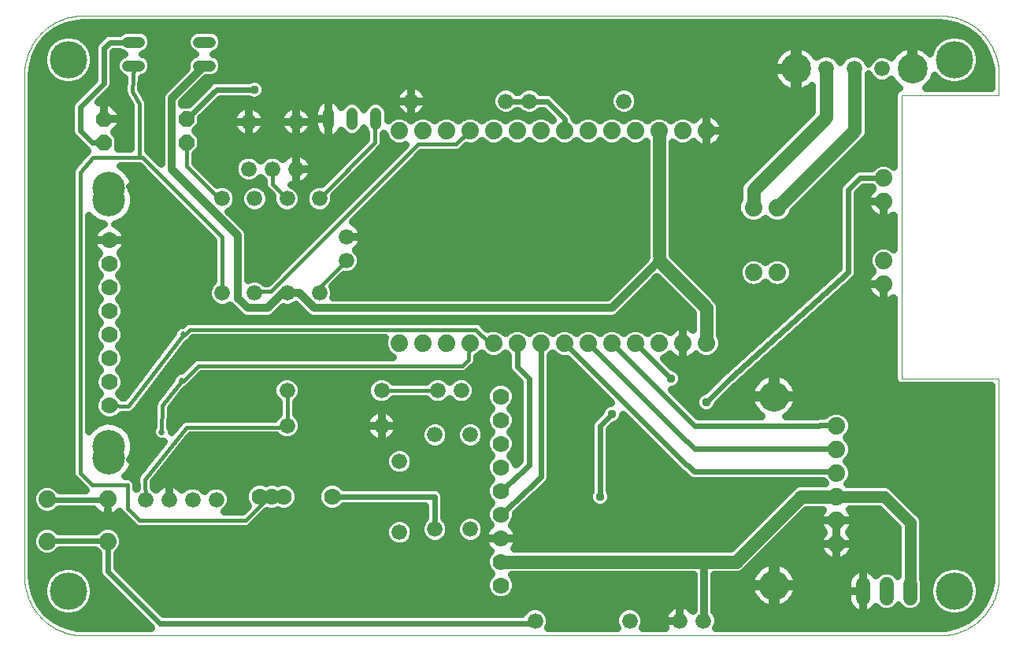
<source format=gtl>
G75*
%MOIN*%
%OFA0B0*%
%FSLAX25Y25*%
%IPPOS*%
%LPD*%
%AMOC8*
5,1,8,0,0,1.08239X$1,22.5*
%
%ADD10C,0.00000*%
%ADD11C,0.07000*%
%ADD12C,0.12661*%
%ADD13OC8,0.06600*%
%ADD14C,0.06000*%
%ADD15C,0.07400*%
%ADD16C,0.06600*%
%ADD17C,0.04800*%
%ADD18C,0.15811*%
%ADD19C,0.13843*%
%ADD20C,0.03200*%
%ADD21C,0.05600*%
%ADD22C,0.05000*%
%ADD23C,0.02400*%
%ADD24C,0.01600*%
%ADD25C,0.03762*%
%ADD26C,0.02700*%
D10*
X0033850Y0008850D02*
X0396350Y0008850D01*
X0396954Y0008857D01*
X0397558Y0008879D01*
X0398161Y0008916D01*
X0398763Y0008967D01*
X0399363Y0009032D01*
X0399962Y0009112D01*
X0400559Y0009207D01*
X0401153Y0009316D01*
X0401745Y0009439D01*
X0402333Y0009576D01*
X0402918Y0009728D01*
X0403499Y0009894D01*
X0404075Y0010074D01*
X0404648Y0010267D01*
X0405215Y0010475D01*
X0405777Y0010696D01*
X0406334Y0010930D01*
X0406885Y0011178D01*
X0407430Y0011439D01*
X0407968Y0011714D01*
X0408500Y0012001D01*
X0409024Y0012301D01*
X0409541Y0012613D01*
X0410050Y0012938D01*
X0410552Y0013275D01*
X0411045Y0013625D01*
X0411529Y0013986D01*
X0412005Y0014358D01*
X0412471Y0014742D01*
X0412928Y0015137D01*
X0413375Y0015543D01*
X0413813Y0015960D01*
X0414240Y0016387D01*
X0414657Y0016825D01*
X0415063Y0017272D01*
X0415458Y0017729D01*
X0415842Y0018195D01*
X0416214Y0018671D01*
X0416575Y0019155D01*
X0416925Y0019648D01*
X0417262Y0020150D01*
X0417587Y0020659D01*
X0417899Y0021176D01*
X0418199Y0021700D01*
X0418486Y0022232D01*
X0418761Y0022770D01*
X0419022Y0023315D01*
X0419270Y0023866D01*
X0419504Y0024423D01*
X0419725Y0024985D01*
X0419933Y0025552D01*
X0420126Y0026125D01*
X0420306Y0026701D01*
X0420472Y0027282D01*
X0420624Y0027867D01*
X0420761Y0028455D01*
X0420884Y0029047D01*
X0420993Y0029641D01*
X0421088Y0030238D01*
X0421168Y0030837D01*
X0421233Y0031437D01*
X0421284Y0032039D01*
X0421321Y0032642D01*
X0421343Y0033246D01*
X0421350Y0033850D01*
X0421350Y0117600D01*
X0380100Y0117600D01*
X0380100Y0237600D01*
X0421350Y0237600D01*
X0421350Y0246350D01*
X0421343Y0246954D01*
X0421321Y0247558D01*
X0421284Y0248161D01*
X0421233Y0248763D01*
X0421168Y0249363D01*
X0421088Y0249962D01*
X0420993Y0250559D01*
X0420884Y0251153D01*
X0420761Y0251745D01*
X0420624Y0252333D01*
X0420472Y0252918D01*
X0420306Y0253499D01*
X0420126Y0254075D01*
X0419933Y0254648D01*
X0419725Y0255215D01*
X0419504Y0255777D01*
X0419270Y0256334D01*
X0419022Y0256885D01*
X0418761Y0257430D01*
X0418486Y0257968D01*
X0418199Y0258500D01*
X0417899Y0259024D01*
X0417587Y0259541D01*
X0417262Y0260050D01*
X0416925Y0260552D01*
X0416575Y0261045D01*
X0416214Y0261529D01*
X0415842Y0262005D01*
X0415458Y0262471D01*
X0415063Y0262928D01*
X0414657Y0263375D01*
X0414240Y0263813D01*
X0413813Y0264240D01*
X0413375Y0264657D01*
X0412928Y0265063D01*
X0412471Y0265458D01*
X0412005Y0265842D01*
X0411529Y0266214D01*
X0411045Y0266575D01*
X0410552Y0266925D01*
X0410050Y0267262D01*
X0409541Y0267587D01*
X0409024Y0267899D01*
X0408500Y0268199D01*
X0407968Y0268486D01*
X0407430Y0268761D01*
X0406885Y0269022D01*
X0406334Y0269270D01*
X0405777Y0269504D01*
X0405215Y0269725D01*
X0404648Y0269933D01*
X0404075Y0270126D01*
X0403499Y0270306D01*
X0402918Y0270472D01*
X0402333Y0270624D01*
X0401745Y0270761D01*
X0401153Y0270884D01*
X0400559Y0270993D01*
X0399962Y0271088D01*
X0399363Y0271168D01*
X0398763Y0271233D01*
X0398161Y0271284D01*
X0397558Y0271321D01*
X0396954Y0271343D01*
X0396350Y0271350D01*
X0033850Y0271350D01*
X0033246Y0271343D01*
X0032642Y0271321D01*
X0032039Y0271284D01*
X0031437Y0271233D01*
X0030837Y0271168D01*
X0030238Y0271088D01*
X0029641Y0270993D01*
X0029047Y0270884D01*
X0028455Y0270761D01*
X0027867Y0270624D01*
X0027282Y0270472D01*
X0026701Y0270306D01*
X0026125Y0270126D01*
X0025552Y0269933D01*
X0024985Y0269725D01*
X0024423Y0269504D01*
X0023866Y0269270D01*
X0023315Y0269022D01*
X0022770Y0268761D01*
X0022232Y0268486D01*
X0021700Y0268199D01*
X0021176Y0267899D01*
X0020659Y0267587D01*
X0020150Y0267262D01*
X0019648Y0266925D01*
X0019155Y0266575D01*
X0018671Y0266214D01*
X0018195Y0265842D01*
X0017729Y0265458D01*
X0017272Y0265063D01*
X0016825Y0264657D01*
X0016387Y0264240D01*
X0015960Y0263813D01*
X0015543Y0263375D01*
X0015137Y0262928D01*
X0014742Y0262471D01*
X0014358Y0262005D01*
X0013986Y0261529D01*
X0013625Y0261045D01*
X0013275Y0260552D01*
X0012938Y0260050D01*
X0012613Y0259541D01*
X0012301Y0259024D01*
X0012001Y0258500D01*
X0011714Y0257968D01*
X0011439Y0257430D01*
X0011178Y0256885D01*
X0010930Y0256334D01*
X0010696Y0255777D01*
X0010475Y0255215D01*
X0010267Y0254648D01*
X0010074Y0254075D01*
X0009894Y0253499D01*
X0009728Y0252918D01*
X0009576Y0252333D01*
X0009439Y0251745D01*
X0009316Y0251153D01*
X0009207Y0250559D01*
X0009112Y0249962D01*
X0009032Y0249363D01*
X0008967Y0248763D01*
X0008916Y0248161D01*
X0008879Y0247558D01*
X0008857Y0246954D01*
X0008850Y0246350D01*
X0008850Y0033850D01*
X0008857Y0033246D01*
X0008879Y0032642D01*
X0008916Y0032039D01*
X0008967Y0031437D01*
X0009032Y0030837D01*
X0009112Y0030238D01*
X0009207Y0029641D01*
X0009316Y0029047D01*
X0009439Y0028455D01*
X0009576Y0027867D01*
X0009728Y0027282D01*
X0009894Y0026701D01*
X0010074Y0026125D01*
X0010267Y0025552D01*
X0010475Y0024985D01*
X0010696Y0024423D01*
X0010930Y0023866D01*
X0011178Y0023315D01*
X0011439Y0022770D01*
X0011714Y0022232D01*
X0012001Y0021700D01*
X0012301Y0021176D01*
X0012613Y0020659D01*
X0012938Y0020150D01*
X0013275Y0019648D01*
X0013625Y0019155D01*
X0013986Y0018671D01*
X0014358Y0018195D01*
X0014742Y0017729D01*
X0015137Y0017272D01*
X0015543Y0016825D01*
X0015960Y0016387D01*
X0016387Y0015960D01*
X0016825Y0015543D01*
X0017272Y0015137D01*
X0017729Y0014742D01*
X0018195Y0014358D01*
X0018671Y0013986D01*
X0019155Y0013625D01*
X0019648Y0013275D01*
X0020150Y0012938D01*
X0020659Y0012613D01*
X0021176Y0012301D01*
X0021700Y0012001D01*
X0022232Y0011714D01*
X0022770Y0011439D01*
X0023315Y0011178D01*
X0023866Y0010930D01*
X0024423Y0010696D01*
X0024985Y0010475D01*
X0025552Y0010267D01*
X0026125Y0010074D01*
X0026701Y0009894D01*
X0027282Y0009728D01*
X0027867Y0009576D01*
X0028455Y0009439D01*
X0029047Y0009316D01*
X0029641Y0009207D01*
X0030238Y0009112D01*
X0030837Y0009032D01*
X0031437Y0008967D01*
X0032039Y0008916D01*
X0032642Y0008879D01*
X0033246Y0008857D01*
X0033850Y0008850D01*
D11*
X0108555Y0067600D03*
X0113555Y0067600D03*
X0113555Y0067600D03*
X0118555Y0067600D03*
X0139145Y0067600D03*
X0210600Y0070100D03*
X0210600Y0080100D03*
X0210600Y0090100D03*
X0210600Y0100100D03*
X0210600Y0110100D03*
X0210600Y0060100D03*
X0210600Y0050100D03*
X0210600Y0040100D03*
X0210600Y0030100D03*
X0044923Y0106148D03*
X0044923Y0116148D03*
X0044923Y0126148D03*
X0044923Y0136148D03*
X0044923Y0146148D03*
X0044923Y0156148D03*
X0044923Y0166148D03*
X0044923Y0176148D03*
D12*
X0326163Y0110100D03*
X0326163Y0030100D03*
X0335494Y0248850D03*
X0384706Y0248850D03*
D13*
X0077600Y0227600D03*
X0077600Y0217600D03*
X0042600Y0217600D03*
X0042600Y0227600D03*
D14*
X0363850Y0030600D02*
X0363850Y0024600D01*
X0373850Y0024600D02*
X0373850Y0030600D01*
X0383850Y0030600D02*
X0383850Y0024600D01*
D15*
X0352600Y0047600D03*
X0352600Y0057600D03*
X0352600Y0067600D03*
X0352600Y0077600D03*
X0352600Y0087600D03*
X0352600Y0097600D03*
X0297600Y0132600D03*
X0287600Y0132600D03*
X0277600Y0132600D03*
X0267600Y0132600D03*
X0257600Y0132600D03*
X0247600Y0132600D03*
X0237600Y0132600D03*
X0227600Y0132600D03*
X0217600Y0132600D03*
X0207600Y0132600D03*
X0197600Y0132600D03*
X0187600Y0132600D03*
X0177600Y0132600D03*
X0167600Y0132600D03*
X0044150Y0066500D03*
X0044150Y0048700D03*
X0018550Y0048700D03*
X0018550Y0066500D03*
X0167600Y0222600D03*
X0177600Y0222600D03*
X0187600Y0222600D03*
X0197600Y0222600D03*
X0207600Y0222600D03*
X0217600Y0222600D03*
X0227600Y0222600D03*
X0237600Y0222600D03*
X0247600Y0222600D03*
X0257600Y0222600D03*
X0267600Y0222600D03*
X0277600Y0222600D03*
X0287600Y0222600D03*
X0297600Y0222600D03*
X0317600Y0190100D03*
X0327600Y0190100D03*
X0327600Y0162600D03*
X0317600Y0162600D03*
X0372600Y0157600D03*
X0372600Y0167600D03*
X0372600Y0192600D03*
X0372600Y0202600D03*
D16*
X0371911Y0248850D03*
X0360100Y0248850D03*
X0348289Y0248850D03*
X0262600Y0235100D03*
X0222600Y0235100D03*
X0212600Y0235100D03*
X0172600Y0235100D03*
X0123850Y0226350D03*
X0103850Y0226350D03*
X0103850Y0206350D03*
X0113850Y0206350D03*
X0123850Y0206350D03*
X0120100Y0193850D03*
X0106350Y0193850D03*
X0092600Y0193850D03*
X0133850Y0193850D03*
X0145100Y0177600D03*
X0145100Y0167600D03*
X0133850Y0153850D03*
X0120100Y0153850D03*
X0106350Y0153850D03*
X0092600Y0153850D03*
X0120100Y0112600D03*
X0120100Y0097600D03*
X0160100Y0097600D03*
X0167600Y0082600D03*
X0182600Y0093850D03*
X0197600Y0093850D03*
X0193850Y0112600D03*
X0183850Y0112600D03*
X0160100Y0112600D03*
X0090100Y0066350D03*
X0080100Y0066350D03*
X0070100Y0066350D03*
X0060100Y0066350D03*
X0167600Y0052600D03*
X0182600Y0053850D03*
X0197600Y0053850D03*
X0225100Y0015100D03*
X0265100Y0015100D03*
X0286350Y0015100D03*
X0296350Y0015100D03*
D17*
X0157600Y0225200D02*
X0157600Y0230000D01*
X0147600Y0230000D02*
X0147600Y0225200D01*
X0137600Y0225200D02*
X0137600Y0230000D01*
X0087500Y0250100D02*
X0082700Y0250100D01*
X0082700Y0260100D02*
X0087500Y0260100D01*
X0057500Y0260100D02*
X0052700Y0260100D01*
X0052700Y0250100D02*
X0057500Y0250100D01*
D18*
X0027600Y0252600D03*
X0027600Y0027600D03*
X0402600Y0027600D03*
X0402600Y0252600D03*
D19*
X0044647Y0198234D03*
X0044600Y0193200D03*
X0044700Y0089100D03*
X0044647Y0084061D03*
D20*
X0018364Y0018364D02*
X0022198Y0015307D01*
X0026617Y0013179D01*
X0031398Y0012088D01*
X0033850Y0011950D01*
X0062593Y0011950D01*
X0041884Y0032659D01*
X0040759Y0033784D01*
X0040150Y0035254D01*
X0040150Y0043508D01*
X0038808Y0044850D01*
X0023892Y0044850D01*
X0022232Y0043190D01*
X0019843Y0042200D01*
X0017257Y0042200D01*
X0014868Y0043190D01*
X0013040Y0045018D01*
X0012050Y0047407D01*
X0012050Y0049993D01*
X0013040Y0052382D01*
X0014868Y0054210D01*
X0017257Y0055200D01*
X0019843Y0055200D01*
X0022232Y0054210D01*
X0023592Y0052850D01*
X0039108Y0052850D01*
X0040468Y0054210D01*
X0042857Y0055200D01*
X0045443Y0055200D01*
X0047832Y0054210D01*
X0049660Y0052382D01*
X0050650Y0049993D01*
X0050650Y0047407D01*
X0049660Y0045018D01*
X0048150Y0043508D01*
X0048150Y0037707D01*
X0068007Y0017850D01*
X0219636Y0017850D01*
X0219929Y0018555D01*
X0221645Y0020271D01*
X0223887Y0021200D01*
X0226313Y0021200D01*
X0228555Y0020271D01*
X0230271Y0018555D01*
X0231200Y0016313D01*
X0231200Y0013887D01*
X0230398Y0011950D01*
X0259802Y0011950D01*
X0259000Y0013887D01*
X0259000Y0016313D01*
X0259929Y0018555D01*
X0261645Y0020271D01*
X0263887Y0021200D01*
X0266313Y0021200D01*
X0268555Y0020271D01*
X0270271Y0018555D01*
X0271200Y0016313D01*
X0271200Y0013887D01*
X0270398Y0011950D01*
X0280201Y0011950D01*
X0280148Y0012042D01*
X0279802Y0012877D01*
X0279568Y0013751D01*
X0279450Y0014648D01*
X0279450Y0015100D01*
X0286350Y0015100D01*
X0286350Y0015100D01*
X0286350Y0022000D01*
X0286802Y0022000D01*
X0287699Y0021882D01*
X0288573Y0021648D01*
X0289408Y0021302D01*
X0290192Y0020849D01*
X0290909Y0020299D01*
X0291549Y0019659D01*
X0291867Y0019244D01*
X0292200Y0019577D01*
X0292200Y0034500D01*
X0215110Y0034500D01*
X0215941Y0033669D01*
X0216900Y0031353D01*
X0216900Y0028847D01*
X0215941Y0026531D01*
X0214169Y0024759D01*
X0211853Y0023800D01*
X0209347Y0023800D01*
X0207031Y0024759D01*
X0205259Y0026531D01*
X0204300Y0028847D01*
X0204300Y0031353D01*
X0205259Y0033669D01*
X0206690Y0035100D01*
X0205259Y0036531D01*
X0204300Y0038847D01*
X0204300Y0041353D01*
X0205259Y0043669D01*
X0206153Y0044563D01*
X0205909Y0044750D01*
X0205250Y0045409D01*
X0204684Y0046147D01*
X0204219Y0046953D01*
X0203862Y0047813D01*
X0203621Y0048712D01*
X0203500Y0049635D01*
X0203500Y0050100D01*
X0210600Y0050100D01*
X0217700Y0050100D01*
X0217700Y0050565D01*
X0217579Y0051488D01*
X0217338Y0052387D01*
X0216981Y0053247D01*
X0216516Y0054053D01*
X0215950Y0054791D01*
X0215291Y0055450D01*
X0215047Y0055637D01*
X0215941Y0056531D01*
X0216900Y0058847D01*
X0216900Y0060536D01*
X0229808Y0072685D01*
X0229866Y0072709D01*
X0230386Y0073229D01*
X0230921Y0073733D01*
X0230947Y0073790D01*
X0230991Y0073834D01*
X0231272Y0074513D01*
X0231574Y0075184D01*
X0231576Y0075246D01*
X0231600Y0075304D01*
X0231600Y0076039D01*
X0231622Y0076774D01*
X0231600Y0076833D01*
X0231600Y0127408D01*
X0232600Y0128408D01*
X0233918Y0127090D01*
X0236307Y0126100D01*
X0238443Y0126100D01*
X0257262Y0107281D01*
X0256669Y0107281D01*
X0254948Y0106568D01*
X0253632Y0105252D01*
X0252950Y0103607D01*
X0250334Y0100991D01*
X0249209Y0099866D01*
X0248600Y0098396D01*
X0248600Y0070175D01*
X0247919Y0068531D01*
X0247919Y0066669D01*
X0248632Y0064948D01*
X0249948Y0063632D01*
X0251669Y0062919D01*
X0253531Y0062919D01*
X0255252Y0063632D01*
X0256568Y0064948D01*
X0257281Y0066669D01*
X0257281Y0068531D01*
X0256600Y0070175D01*
X0256600Y0095943D01*
X0258607Y0097950D01*
X0260252Y0098632D01*
X0261568Y0099948D01*
X0262281Y0101669D01*
X0262281Y0102262D01*
X0286584Y0077959D01*
X0287267Y0077676D01*
X0290134Y0074809D01*
X0291604Y0074200D01*
X0346973Y0074200D01*
X0347090Y0073918D01*
X0347808Y0073200D01*
X0336486Y0073200D01*
X0334428Y0072347D01*
X0332853Y0070772D01*
X0307780Y0045700D01*
X0216173Y0045700D01*
X0216516Y0046147D01*
X0216981Y0046953D01*
X0217338Y0047813D01*
X0217579Y0048712D01*
X0217700Y0049635D01*
X0217700Y0050100D01*
X0210600Y0050100D01*
X0210600Y0050100D01*
X0210600Y0050100D01*
X0203500Y0050100D01*
X0203500Y0050565D01*
X0203621Y0051488D01*
X0203862Y0052387D01*
X0204219Y0053247D01*
X0204684Y0054053D01*
X0205250Y0054791D01*
X0205909Y0055450D01*
X0206153Y0055637D01*
X0205259Y0056531D01*
X0204300Y0058847D01*
X0204300Y0061353D01*
X0205259Y0063669D01*
X0206690Y0065100D01*
X0205259Y0066531D01*
X0204300Y0068847D01*
X0204300Y0071353D01*
X0205259Y0073669D01*
X0206690Y0075100D01*
X0205259Y0076531D01*
X0204300Y0078847D01*
X0204300Y0081353D01*
X0205259Y0083669D01*
X0206690Y0085100D01*
X0205259Y0086531D01*
X0204300Y0088847D01*
X0204300Y0091353D01*
X0205259Y0093669D01*
X0206690Y0095100D01*
X0205259Y0096531D01*
X0204300Y0098847D01*
X0204300Y0101353D01*
X0205259Y0103669D01*
X0206690Y0105100D01*
X0205259Y0106531D01*
X0204300Y0108847D01*
X0204300Y0111353D01*
X0205259Y0113669D01*
X0207031Y0115441D01*
X0209347Y0116400D01*
X0211853Y0116400D01*
X0214169Y0115441D01*
X0215941Y0113669D01*
X0216900Y0111353D01*
X0216900Y0108847D01*
X0215941Y0106531D01*
X0214510Y0105100D01*
X0215941Y0103669D01*
X0216900Y0101353D01*
X0216900Y0098847D01*
X0215941Y0096531D01*
X0214510Y0095100D01*
X0215941Y0093669D01*
X0216900Y0091353D01*
X0216900Y0088847D01*
X0215941Y0086531D01*
X0214510Y0085100D01*
X0215941Y0083669D01*
X0216900Y0081353D01*
X0216900Y0081301D01*
X0218600Y0082860D01*
X0218600Y0115943D01*
X0215334Y0119209D01*
X0215334Y0119209D01*
X0214209Y0120334D01*
X0213600Y0121804D01*
X0213600Y0127408D01*
X0212600Y0128408D01*
X0211282Y0127090D01*
X0208893Y0126100D01*
X0206307Y0126100D01*
X0203918Y0127090D01*
X0202600Y0128408D01*
X0201282Y0127090D01*
X0200639Y0126823D01*
X0200618Y0126125D01*
X0200643Y0126048D01*
X0200596Y0125412D01*
X0200576Y0124774D01*
X0200543Y0124700D01*
X0200537Y0124620D01*
X0200250Y0124050D01*
X0199988Y0123468D01*
X0199929Y0123413D01*
X0199893Y0123341D01*
X0199409Y0122924D01*
X0198944Y0122487D01*
X0198869Y0122458D01*
X0196551Y0120460D01*
X0196139Y0120048D01*
X0196012Y0119995D01*
X0195908Y0119906D01*
X0195355Y0119723D01*
X0194816Y0119500D01*
X0194679Y0119500D01*
X0194548Y0119457D01*
X0193967Y0119500D01*
X0083991Y0119500D01*
X0079152Y0114661D01*
X0078973Y0114482D01*
X0078918Y0114349D01*
X0077751Y0113182D01*
X0076972Y0112859D01*
X0070867Y0105022D01*
X0070655Y0097021D01*
X0071150Y0095825D01*
X0071150Y0094826D01*
X0074472Y0098955D01*
X0074548Y0099139D01*
X0074917Y0099508D01*
X0075244Y0099915D01*
X0075419Y0100011D01*
X0075561Y0100152D01*
X0076043Y0100352D01*
X0076500Y0100602D01*
X0076699Y0100623D01*
X0076884Y0100700D01*
X0077406Y0100700D01*
X0077924Y0100756D01*
X0078116Y0100700D01*
X0114781Y0100700D01*
X0114929Y0101055D01*
X0116600Y0102727D01*
X0116600Y0107473D01*
X0114929Y0109145D01*
X0114000Y0111387D01*
X0114000Y0113813D01*
X0114929Y0116055D01*
X0116645Y0117771D01*
X0118887Y0118700D01*
X0121313Y0118700D01*
X0123555Y0117771D01*
X0125271Y0116055D01*
X0126200Y0113813D01*
X0126200Y0111387D01*
X0125271Y0109145D01*
X0123800Y0107673D01*
X0123800Y0102527D01*
X0125271Y0101055D01*
X0126200Y0098813D01*
X0126200Y0096387D01*
X0125271Y0094145D01*
X0123555Y0092429D01*
X0121313Y0091500D01*
X0118887Y0091500D01*
X0116645Y0092429D01*
X0115573Y0093500D01*
X0079324Y0093500D01*
X0063529Y0073868D01*
X0063583Y0071493D01*
X0064583Y0070494D01*
X0064901Y0070909D01*
X0065541Y0071549D01*
X0066258Y0072099D01*
X0067042Y0072552D01*
X0067877Y0072898D01*
X0068751Y0073132D01*
X0069648Y0073250D01*
X0070100Y0073250D01*
X0070100Y0066350D01*
X0070100Y0066350D01*
X0070100Y0073250D01*
X0070552Y0073250D01*
X0071449Y0073132D01*
X0072323Y0072898D01*
X0073158Y0072552D01*
X0073942Y0072099D01*
X0074659Y0071549D01*
X0075299Y0070909D01*
X0075617Y0070494D01*
X0076645Y0071521D01*
X0078887Y0072450D01*
X0081313Y0072450D01*
X0083555Y0071521D01*
X0085100Y0069977D01*
X0086645Y0071521D01*
X0088887Y0072450D01*
X0091313Y0072450D01*
X0093555Y0071521D01*
X0095271Y0069805D01*
X0096200Y0067563D01*
X0096200Y0065137D01*
X0095271Y0062895D01*
X0093577Y0061200D01*
X0101109Y0061200D01*
X0103577Y0063668D01*
X0103214Y0064031D01*
X0102255Y0066347D01*
X0102255Y0068853D01*
X0103214Y0071169D01*
X0104986Y0072941D01*
X0107302Y0073900D01*
X0109808Y0073900D01*
X0111055Y0073384D01*
X0112302Y0073900D01*
X0114808Y0073900D01*
X0116055Y0073384D01*
X0117302Y0073900D01*
X0119808Y0073900D01*
X0122123Y0072941D01*
X0123896Y0071169D01*
X0124855Y0068853D01*
X0124855Y0066347D01*
X0123896Y0064031D01*
X0122123Y0062259D01*
X0119808Y0061300D01*
X0117302Y0061300D01*
X0116055Y0061816D01*
X0114808Y0061300D01*
X0112302Y0061300D01*
X0111658Y0061567D01*
X0105652Y0055561D01*
X0104639Y0054548D01*
X0103316Y0054000D01*
X0056884Y0054000D01*
X0055561Y0054548D01*
X0050561Y0059548D01*
X0049548Y0060561D01*
X0049251Y0061277D01*
X0048974Y0061000D01*
X0048214Y0060417D01*
X0047386Y0059939D01*
X0046502Y0059573D01*
X0045577Y0059325D01*
X0044628Y0059200D01*
X0044150Y0059200D01*
X0044150Y0062350D01*
X0044150Y0062350D01*
X0044150Y0059200D01*
X0043672Y0059200D01*
X0042723Y0059325D01*
X0041798Y0059573D01*
X0040914Y0059939D01*
X0040086Y0060417D01*
X0039326Y0061000D01*
X0038650Y0061676D01*
X0038133Y0062350D01*
X0023592Y0062350D01*
X0022232Y0060990D01*
X0019843Y0060000D01*
X0017257Y0060000D01*
X0014868Y0060990D01*
X0013040Y0062818D01*
X0012050Y0065207D01*
X0012050Y0067793D01*
X0013040Y0070182D01*
X0014868Y0072010D01*
X0017257Y0073000D01*
X0019843Y0073000D01*
X0022232Y0072010D01*
X0023892Y0070350D01*
X0034759Y0070350D01*
X0030561Y0074548D01*
X0030561Y0074548D01*
X0029548Y0075561D01*
X0029000Y0076884D01*
X0029000Y0204957D01*
X0028955Y0205528D01*
X0029000Y0205668D01*
X0029000Y0205816D01*
X0029219Y0206345D01*
X0029396Y0206890D01*
X0029492Y0207003D01*
X0029548Y0207139D01*
X0029953Y0207544D01*
X0034689Y0213099D01*
X0034743Y0213231D01*
X0035150Y0213641D01*
X0035525Y0214080D01*
X0035579Y0214108D01*
X0035334Y0214209D01*
X0034209Y0215334D01*
X0029209Y0220334D01*
X0028600Y0221804D01*
X0028600Y0233396D01*
X0029209Y0234866D01*
X0030334Y0235991D01*
X0038600Y0244257D01*
X0038600Y0258396D01*
X0039209Y0259866D01*
X0040334Y0260991D01*
X0042834Y0263491D01*
X0044304Y0264100D01*
X0049346Y0264100D01*
X0049754Y0264508D01*
X0051666Y0265300D01*
X0058534Y0265300D01*
X0060446Y0264508D01*
X0061908Y0263046D01*
X0062700Y0261134D01*
X0062700Y0259066D01*
X0061908Y0257154D01*
X0060446Y0255692D01*
X0059017Y0255100D01*
X0060446Y0254508D01*
X0061908Y0253046D01*
X0062700Y0251134D01*
X0062700Y0249066D01*
X0061908Y0247154D01*
X0060446Y0245692D01*
X0058534Y0244900D01*
X0058463Y0244900D01*
X0058245Y0240186D01*
X0060483Y0236307D01*
X0060656Y0236133D01*
X0060838Y0235692D01*
X0061076Y0235279D01*
X0061108Y0235035D01*
X0061202Y0234808D01*
X0061201Y0234331D01*
X0061263Y0233859D01*
X0061199Y0233622D01*
X0061156Y0214135D01*
X0066800Y0208491D01*
X0066800Y0237275D01*
X0067470Y0238892D01*
X0077542Y0248964D01*
X0077500Y0249066D01*
X0077500Y0251134D01*
X0078292Y0253046D01*
X0079754Y0254508D01*
X0081183Y0255100D01*
X0079754Y0255692D01*
X0078292Y0257154D01*
X0077500Y0259066D01*
X0077500Y0261134D01*
X0078292Y0263046D01*
X0079754Y0264508D01*
X0081666Y0265300D01*
X0088534Y0265300D01*
X0090446Y0264508D01*
X0091908Y0263046D01*
X0092700Y0261134D01*
X0092700Y0259066D01*
X0091908Y0257154D01*
X0090446Y0255692D01*
X0089017Y0255100D01*
X0090446Y0254508D01*
X0091908Y0253046D01*
X0092700Y0251134D01*
X0092700Y0249066D01*
X0091908Y0247154D01*
X0090446Y0245692D01*
X0088534Y0244900D01*
X0085923Y0244900D01*
X0075600Y0234577D01*
X0075600Y0233700D01*
X0078043Y0233700D01*
X0086709Y0242366D01*
X0087834Y0243491D01*
X0089304Y0244100D01*
X0103775Y0244100D01*
X0105419Y0244781D01*
X0107281Y0244781D01*
X0109002Y0244068D01*
X0110318Y0242752D01*
X0111031Y0241031D01*
X0111031Y0239169D01*
X0110318Y0237448D01*
X0109002Y0236132D01*
X0107281Y0235419D01*
X0105419Y0235419D01*
X0103775Y0236100D01*
X0091757Y0236100D01*
X0083700Y0228043D01*
X0083700Y0225073D01*
X0081227Y0222600D01*
X0083700Y0220127D01*
X0083700Y0215073D01*
X0081200Y0212573D01*
X0081200Y0209091D01*
X0090647Y0199644D01*
X0091387Y0199950D01*
X0093813Y0199950D01*
X0096055Y0199021D01*
X0097771Y0197305D01*
X0098700Y0195063D01*
X0098700Y0192637D01*
X0097771Y0190395D01*
X0096055Y0188679D01*
X0095340Y0188382D01*
X0102930Y0180792D01*
X0103600Y0179175D01*
X0103600Y0159313D01*
X0105137Y0159950D01*
X0107563Y0159950D01*
X0109805Y0159021D01*
X0110727Y0158100D01*
X0111709Y0158100D01*
X0170286Y0216677D01*
X0168893Y0216100D01*
X0166307Y0216100D01*
X0163918Y0217090D01*
X0162090Y0218918D01*
X0161100Y0221307D01*
X0161100Y0221346D01*
X0160900Y0221146D01*
X0160900Y0216784D01*
X0160352Y0215461D01*
X0139950Y0195059D01*
X0139950Y0192637D01*
X0139021Y0190395D01*
X0137305Y0188679D01*
X0135063Y0187750D01*
X0132637Y0187750D01*
X0130395Y0188679D01*
X0128679Y0190395D01*
X0127750Y0192637D01*
X0127750Y0195063D01*
X0128679Y0197305D01*
X0130395Y0199021D01*
X0132637Y0199950D01*
X0134659Y0199950D01*
X0153700Y0218991D01*
X0153700Y0221746D01*
X0153192Y0222254D01*
X0152600Y0223683D01*
X0152008Y0222254D01*
X0150546Y0220792D01*
X0148634Y0220000D01*
X0146566Y0220000D01*
X0144654Y0220792D01*
X0143192Y0222254D01*
X0143031Y0222643D01*
X0142732Y0222055D01*
X0142177Y0221291D01*
X0141509Y0220623D01*
X0140745Y0220068D01*
X0139903Y0219640D01*
X0139005Y0219348D01*
X0138072Y0219200D01*
X0137600Y0219200D01*
X0137600Y0227600D01*
X0137600Y0227600D01*
X0137600Y0236000D01*
X0138072Y0236000D01*
X0139005Y0235852D01*
X0139903Y0235560D01*
X0140745Y0235132D01*
X0141509Y0234577D01*
X0142177Y0233909D01*
X0142732Y0233145D01*
X0143031Y0232557D01*
X0143192Y0232946D01*
X0144654Y0234408D01*
X0146566Y0235200D01*
X0148634Y0235200D01*
X0150546Y0234408D01*
X0152008Y0232946D01*
X0152600Y0231517D01*
X0153192Y0232946D01*
X0154654Y0234408D01*
X0156566Y0235200D01*
X0158634Y0235200D01*
X0160546Y0234408D01*
X0162008Y0232946D01*
X0162800Y0231034D01*
X0162800Y0226992D01*
X0163918Y0228110D01*
X0166307Y0229100D01*
X0168893Y0229100D01*
X0171282Y0228110D01*
X0172600Y0226792D01*
X0173918Y0228110D01*
X0176307Y0229100D01*
X0178893Y0229100D01*
X0181282Y0228110D01*
X0182600Y0226792D01*
X0183918Y0228110D01*
X0186307Y0229100D01*
X0188893Y0229100D01*
X0191282Y0228110D01*
X0192600Y0226792D01*
X0193918Y0228110D01*
X0196307Y0229100D01*
X0198893Y0229100D01*
X0201282Y0228110D01*
X0202600Y0226792D01*
X0203918Y0228110D01*
X0206307Y0229100D01*
X0208893Y0229100D01*
X0211282Y0228110D01*
X0212600Y0226792D01*
X0213918Y0228110D01*
X0216307Y0229100D01*
X0218893Y0229100D01*
X0221282Y0228110D01*
X0222600Y0226792D01*
X0223918Y0228110D01*
X0226307Y0229100D01*
X0228893Y0229100D01*
X0231282Y0228110D01*
X0232600Y0226792D01*
X0232675Y0226868D01*
X0228443Y0231100D01*
X0227227Y0231100D01*
X0226055Y0229929D01*
X0223813Y0229000D01*
X0221387Y0229000D01*
X0219145Y0229929D01*
X0217973Y0231100D01*
X0217227Y0231100D01*
X0216055Y0229929D01*
X0213813Y0229000D01*
X0211387Y0229000D01*
X0209145Y0229929D01*
X0207429Y0231645D01*
X0206500Y0233887D01*
X0206500Y0236313D01*
X0207429Y0238555D01*
X0209145Y0240271D01*
X0211387Y0241200D01*
X0213813Y0241200D01*
X0216055Y0240271D01*
X0217227Y0239100D01*
X0217973Y0239100D01*
X0219145Y0240271D01*
X0221387Y0241200D01*
X0223813Y0241200D01*
X0226055Y0240271D01*
X0227227Y0239100D01*
X0230896Y0239100D01*
X0232366Y0238491D01*
X0233491Y0237366D01*
X0240991Y0229866D01*
X0241600Y0228396D01*
X0241600Y0227792D01*
X0242600Y0226792D01*
X0243918Y0228110D01*
X0246307Y0229100D01*
X0248893Y0229100D01*
X0251282Y0228110D01*
X0252600Y0226792D01*
X0253918Y0228110D01*
X0256307Y0229100D01*
X0258893Y0229100D01*
X0261282Y0228110D01*
X0262600Y0226792D01*
X0263918Y0228110D01*
X0266307Y0229100D01*
X0268893Y0229100D01*
X0271282Y0228110D01*
X0272600Y0226792D01*
X0273918Y0228110D01*
X0276307Y0229100D01*
X0278893Y0229100D01*
X0281282Y0228110D01*
X0282600Y0226792D01*
X0283918Y0228110D01*
X0286307Y0229100D01*
X0288893Y0229100D01*
X0291282Y0228110D01*
X0292043Y0227349D01*
X0292100Y0227424D01*
X0292776Y0228100D01*
X0293536Y0228683D01*
X0294364Y0229161D01*
X0295248Y0229527D01*
X0296173Y0229775D01*
X0297122Y0229900D01*
X0297600Y0229900D01*
X0297600Y0222600D01*
X0297600Y0222600D01*
X0304900Y0222600D01*
X0304900Y0223078D01*
X0304775Y0224027D01*
X0304527Y0224952D01*
X0304161Y0225836D01*
X0303683Y0226664D01*
X0303100Y0227424D01*
X0302424Y0228100D01*
X0301664Y0228683D01*
X0300836Y0229161D01*
X0299952Y0229527D01*
X0299027Y0229775D01*
X0298078Y0229900D01*
X0297600Y0229900D01*
X0297600Y0222600D01*
X0297600Y0222600D01*
X0304900Y0222600D01*
X0304900Y0222122D01*
X0304775Y0221173D01*
X0304527Y0220248D01*
X0304161Y0219364D01*
X0303683Y0218536D01*
X0303100Y0217776D01*
X0302424Y0217100D01*
X0301664Y0216517D01*
X0300836Y0216039D01*
X0299952Y0215673D01*
X0299027Y0215425D01*
X0298078Y0215300D01*
X0297600Y0215300D01*
X0297600Y0222600D01*
X0297600Y0222600D01*
X0297600Y0215300D01*
X0297122Y0215300D01*
X0296173Y0215425D01*
X0295248Y0215673D01*
X0294364Y0216039D01*
X0293536Y0216517D01*
X0292776Y0217100D01*
X0292100Y0217776D01*
X0292043Y0217851D01*
X0291282Y0217090D01*
X0288893Y0216100D01*
X0286307Y0216100D01*
X0283918Y0217090D01*
X0283300Y0217708D01*
X0283300Y0169820D01*
X0302347Y0150772D01*
X0303200Y0148714D01*
X0303200Y0136066D01*
X0304100Y0133893D01*
X0304100Y0131307D01*
X0303110Y0128918D01*
X0301282Y0127090D01*
X0298893Y0126100D01*
X0296307Y0126100D01*
X0293918Y0127090D01*
X0293157Y0127851D01*
X0293100Y0127776D01*
X0292424Y0127100D01*
X0291664Y0126517D01*
X0290836Y0126039D01*
X0289952Y0125673D01*
X0289027Y0125425D01*
X0288078Y0125300D01*
X0287600Y0125300D01*
X0287600Y0132600D01*
X0287600Y0132600D01*
X0287600Y0139900D01*
X0288078Y0139900D01*
X0289027Y0139775D01*
X0289952Y0139527D01*
X0290836Y0139161D01*
X0291664Y0138683D01*
X0292000Y0138425D01*
X0292000Y0145280D01*
X0276701Y0160579D01*
X0259892Y0143770D01*
X0258275Y0143100D01*
X0130525Y0143100D01*
X0128908Y0143770D01*
X0127670Y0145008D01*
X0123777Y0148900D01*
X0123555Y0148679D01*
X0121313Y0147750D01*
X0118887Y0147750D01*
X0118452Y0147930D01*
X0115530Y0145008D01*
X0114292Y0143770D01*
X0112675Y0143100D01*
X0102525Y0143100D01*
X0100908Y0143770D01*
X0096708Y0147970D01*
X0096015Y0148662D01*
X0093813Y0147750D01*
X0091387Y0147750D01*
X0089145Y0148679D01*
X0087429Y0150395D01*
X0086500Y0152637D01*
X0086500Y0155063D01*
X0087429Y0157305D01*
X0089000Y0158877D01*
X0089000Y0176109D01*
X0057459Y0207650D01*
X0049387Y0207629D01*
X0049745Y0207457D01*
X0050745Y0206829D01*
X0051669Y0206092D01*
X0052505Y0205256D01*
X0053241Y0204332D01*
X0053870Y0203332D01*
X0054383Y0202267D01*
X0054773Y0201152D01*
X0055036Y0199999D01*
X0055138Y0199095D01*
X0053508Y0199095D01*
X0053729Y0198852D01*
X0054302Y0197374D01*
X0055138Y0197374D01*
X0055036Y0196469D01*
X0054894Y0195845D01*
X0055154Y0195173D01*
X0055154Y0191227D01*
X0053729Y0187548D01*
X0051070Y0184632D01*
X0047538Y0182873D01*
X0047294Y0182850D01*
X0048070Y0182529D01*
X0048876Y0182064D01*
X0049614Y0181497D01*
X0050272Y0180839D01*
X0050839Y0180101D01*
X0051304Y0179295D01*
X0051660Y0178435D01*
X0051901Y0177536D01*
X0052023Y0176613D01*
X0052023Y0176148D01*
X0044923Y0176148D01*
X0044923Y0176148D01*
X0052023Y0176148D01*
X0052023Y0175682D01*
X0051901Y0174759D01*
X0051660Y0173860D01*
X0051304Y0173001D01*
X0050839Y0172195D01*
X0050272Y0171456D01*
X0049614Y0170798D01*
X0049370Y0170610D01*
X0050264Y0169716D01*
X0051223Y0167401D01*
X0051223Y0164894D01*
X0050264Y0162579D01*
X0048832Y0161148D01*
X0050264Y0159716D01*
X0051223Y0157401D01*
X0051223Y0154894D01*
X0050264Y0152579D01*
X0048832Y0151148D01*
X0050264Y0149716D01*
X0051223Y0147401D01*
X0051223Y0144894D01*
X0050264Y0142579D01*
X0048832Y0141148D01*
X0050264Y0139716D01*
X0051223Y0137401D01*
X0051223Y0134894D01*
X0050264Y0132579D01*
X0048832Y0131148D01*
X0050264Y0129716D01*
X0051223Y0127401D01*
X0051223Y0124894D01*
X0050264Y0122579D01*
X0048832Y0121148D01*
X0050264Y0119716D01*
X0051223Y0117401D01*
X0051223Y0114894D01*
X0050264Y0112579D01*
X0048832Y0111148D01*
X0050264Y0109716D01*
X0050318Y0109584D01*
X0051256Y0109555D01*
X0071950Y0136789D01*
X0071950Y0137125D01*
X0072582Y0138651D01*
X0073749Y0139818D01*
X0075275Y0140450D01*
X0075859Y0140450D01*
X0076861Y0141452D01*
X0078184Y0142000D01*
X0200716Y0142000D01*
X0202039Y0141452D01*
X0203052Y0140439D01*
X0204952Y0138539D01*
X0206307Y0139100D01*
X0208893Y0139100D01*
X0211282Y0138110D01*
X0212600Y0136792D01*
X0213918Y0138110D01*
X0216307Y0139100D01*
X0218893Y0139100D01*
X0221282Y0138110D01*
X0222600Y0136792D01*
X0223918Y0138110D01*
X0226307Y0139100D01*
X0228893Y0139100D01*
X0231282Y0138110D01*
X0232600Y0136792D01*
X0233918Y0138110D01*
X0236307Y0139100D01*
X0238893Y0139100D01*
X0241282Y0138110D01*
X0242600Y0136792D01*
X0243918Y0138110D01*
X0246307Y0139100D01*
X0248893Y0139100D01*
X0251282Y0138110D01*
X0252600Y0136792D01*
X0253918Y0138110D01*
X0256307Y0139100D01*
X0258893Y0139100D01*
X0261282Y0138110D01*
X0262600Y0136792D01*
X0263918Y0138110D01*
X0266307Y0139100D01*
X0268893Y0139100D01*
X0271282Y0138110D01*
X0272600Y0136792D01*
X0273918Y0138110D01*
X0276307Y0139100D01*
X0278893Y0139100D01*
X0281282Y0138110D01*
X0282043Y0137349D01*
X0282100Y0137424D01*
X0282776Y0138100D01*
X0283536Y0138683D01*
X0284364Y0139161D01*
X0285248Y0139527D01*
X0286173Y0139775D01*
X0287122Y0139900D01*
X0287600Y0139900D01*
X0287600Y0132600D01*
X0287600Y0132600D01*
X0287600Y0125300D01*
X0287122Y0125300D01*
X0286173Y0125425D01*
X0285248Y0125673D01*
X0284364Y0126039D01*
X0283536Y0126517D01*
X0282776Y0127100D01*
X0282100Y0127776D01*
X0282043Y0127851D01*
X0281282Y0127090D01*
X0279504Y0126353D01*
X0283607Y0122250D01*
X0285252Y0121568D01*
X0286568Y0120252D01*
X0287281Y0118531D01*
X0287281Y0116669D01*
X0286568Y0114948D01*
X0285252Y0113632D01*
X0283531Y0112919D01*
X0282938Y0112919D01*
X0294257Y0101600D01*
X0321025Y0101600D01*
X0320407Y0101988D01*
X0319535Y0102684D01*
X0318747Y0103472D01*
X0318051Y0104344D01*
X0317458Y0105289D01*
X0316974Y0106294D01*
X0316605Y0107346D01*
X0316357Y0108434D01*
X0316233Y0109535D01*
X0325598Y0109535D01*
X0325598Y0110665D01*
X0316233Y0110665D01*
X0316357Y0111766D01*
X0316605Y0112854D01*
X0316974Y0113906D01*
X0317458Y0114911D01*
X0318051Y0115856D01*
X0318747Y0116728D01*
X0319535Y0117516D01*
X0320407Y0118212D01*
X0321352Y0118805D01*
X0322357Y0119289D01*
X0323409Y0119658D01*
X0324497Y0119906D01*
X0325598Y0120030D01*
X0325598Y0110665D01*
X0326728Y0110665D01*
X0326728Y0120030D01*
X0327829Y0119906D01*
X0328917Y0119658D01*
X0329969Y0119289D01*
X0330974Y0118805D01*
X0331919Y0118212D01*
X0332791Y0117516D01*
X0333579Y0116728D01*
X0334275Y0115856D01*
X0334868Y0114911D01*
X0335352Y0113906D01*
X0335721Y0112854D01*
X0335969Y0111766D01*
X0336093Y0110665D01*
X0326728Y0110665D01*
X0326728Y0109535D01*
X0336093Y0109535D01*
X0335969Y0108434D01*
X0335721Y0107346D01*
X0335352Y0106294D01*
X0334868Y0105289D01*
X0334275Y0104344D01*
X0333579Y0103472D01*
X0332791Y0102684D01*
X0331919Y0101988D01*
X0331301Y0101600D01*
X0344322Y0101600D01*
X0344804Y0101800D01*
X0347608Y0101800D01*
X0348918Y0103110D01*
X0351307Y0104100D01*
X0353893Y0104100D01*
X0356282Y0103110D01*
X0358110Y0101282D01*
X0359100Y0098893D01*
X0359100Y0096307D01*
X0358110Y0093918D01*
X0356792Y0092600D01*
X0358110Y0091282D01*
X0359100Y0088893D01*
X0359100Y0086307D01*
X0358110Y0083918D01*
X0356792Y0082600D01*
X0358110Y0081282D01*
X0359100Y0078893D01*
X0359100Y0076307D01*
X0358110Y0073918D01*
X0357092Y0072900D01*
X0373854Y0072900D01*
X0375802Y0072093D01*
X0386902Y0060993D01*
X0388393Y0059502D01*
X0389200Y0057554D01*
X0389200Y0032840D01*
X0389650Y0031754D01*
X0389650Y0023446D01*
X0388767Y0021315D01*
X0387135Y0019683D01*
X0385004Y0018800D01*
X0382696Y0018800D01*
X0380565Y0019683D01*
X0378933Y0021315D01*
X0378850Y0021515D01*
X0378767Y0021315D01*
X0377135Y0019683D01*
X0375004Y0018800D01*
X0372696Y0018800D01*
X0370565Y0019683D01*
X0369338Y0020910D01*
X0368823Y0020239D01*
X0368211Y0019627D01*
X0367525Y0019101D01*
X0366775Y0018668D01*
X0365976Y0018337D01*
X0365140Y0018113D01*
X0364283Y0018000D01*
X0363850Y0018000D01*
X0363850Y0027600D01*
X0363850Y0027600D01*
X0363850Y0037200D01*
X0364283Y0037200D01*
X0365140Y0037087D01*
X0365976Y0036863D01*
X0366775Y0036532D01*
X0367525Y0036099D01*
X0368211Y0035573D01*
X0368823Y0034961D01*
X0369338Y0034290D01*
X0370565Y0035517D01*
X0372696Y0036400D01*
X0375004Y0036400D01*
X0377135Y0035517D01*
X0378600Y0034052D01*
X0378600Y0054305D01*
X0370605Y0062300D01*
X0358195Y0062300D01*
X0358683Y0061664D01*
X0359161Y0060836D01*
X0359527Y0059952D01*
X0359775Y0059027D01*
X0359900Y0058078D01*
X0359900Y0057600D01*
X0352600Y0057600D01*
X0352600Y0057600D01*
X0352600Y0047600D01*
X0352600Y0047600D01*
X0359900Y0047600D01*
X0359900Y0048078D01*
X0359775Y0049027D01*
X0359527Y0049952D01*
X0359161Y0050836D01*
X0358683Y0051664D01*
X0358100Y0052424D01*
X0357924Y0052600D01*
X0358100Y0052776D01*
X0358683Y0053536D01*
X0359161Y0054364D01*
X0359527Y0055248D01*
X0359775Y0056173D01*
X0359900Y0057122D01*
X0359900Y0057600D01*
X0352600Y0057600D01*
X0352600Y0057600D01*
X0352600Y0057600D01*
X0345300Y0057600D01*
X0345300Y0058078D01*
X0345425Y0059027D01*
X0345673Y0059952D01*
X0346039Y0060836D01*
X0346517Y0061664D01*
X0346775Y0062000D01*
X0339920Y0062000D01*
X0313272Y0035353D01*
X0311214Y0034500D01*
X0301000Y0034500D01*
X0301000Y0019077D01*
X0301521Y0018555D01*
X0302450Y0016313D01*
X0302450Y0013887D01*
X0301648Y0011950D01*
X0396350Y0011950D01*
X0398802Y0012088D01*
X0403583Y0013179D01*
X0408002Y0015307D01*
X0411836Y0018364D01*
X0414893Y0022198D01*
X0417021Y0026617D01*
X0418112Y0031398D01*
X0418250Y0033850D01*
X0418250Y0114500D01*
X0379483Y0114500D01*
X0378344Y0114972D01*
X0377472Y0115844D01*
X0377000Y0116983D01*
X0377000Y0151775D01*
X0376664Y0151517D01*
X0375836Y0151039D01*
X0374952Y0150673D01*
X0374027Y0150425D01*
X0373078Y0150300D01*
X0372600Y0150300D01*
X0372600Y0157600D01*
X0372600Y0157600D01*
X0372600Y0157600D01*
X0365300Y0157600D01*
X0365300Y0158078D01*
X0365425Y0159027D01*
X0365673Y0159952D01*
X0366039Y0160836D01*
X0366517Y0161664D01*
X0367100Y0162424D01*
X0367776Y0163100D01*
X0367851Y0163157D01*
X0367090Y0163918D01*
X0366100Y0166307D01*
X0366100Y0168893D01*
X0367090Y0171282D01*
X0368918Y0173110D01*
X0371307Y0174100D01*
X0373893Y0174100D01*
X0376282Y0173110D01*
X0377000Y0172392D01*
X0377000Y0186775D01*
X0376664Y0186517D01*
X0375836Y0186039D01*
X0374952Y0185673D01*
X0374027Y0185425D01*
X0373078Y0185300D01*
X0372600Y0185300D01*
X0372600Y0192600D01*
X0372600Y0192600D01*
X0372600Y0192600D01*
X0365300Y0192600D01*
X0365300Y0193078D01*
X0365425Y0194027D01*
X0365673Y0194952D01*
X0366039Y0195836D01*
X0366517Y0196664D01*
X0367100Y0197424D01*
X0367776Y0198100D01*
X0367851Y0198157D01*
X0367408Y0198600D01*
X0364257Y0198600D01*
X0361600Y0195943D01*
X0361600Y0163287D01*
X0361636Y0163184D01*
X0361600Y0162495D01*
X0361600Y0161804D01*
X0361558Y0161704D01*
X0361553Y0161595D01*
X0361255Y0160972D01*
X0360991Y0160334D01*
X0360914Y0160257D01*
X0360867Y0160159D01*
X0360354Y0159697D01*
X0359866Y0159209D01*
X0359765Y0159167D01*
X0310354Y0114697D01*
X0302250Y0106593D01*
X0301568Y0104948D01*
X0300252Y0103632D01*
X0298531Y0102919D01*
X0296669Y0102919D01*
X0294948Y0103632D01*
X0293632Y0104948D01*
X0292919Y0106669D01*
X0292919Y0108531D01*
X0293632Y0110252D01*
X0294948Y0111568D01*
X0296593Y0112250D01*
X0304286Y0119943D01*
X0304333Y0120041D01*
X0304846Y0120503D01*
X0305334Y0120991D01*
X0305435Y0121033D01*
X0353600Y0164381D01*
X0353600Y0198396D01*
X0354209Y0199866D01*
X0359209Y0204866D01*
X0360334Y0205991D01*
X0361804Y0206600D01*
X0367408Y0206600D01*
X0368918Y0208110D01*
X0371307Y0209100D01*
X0373893Y0209100D01*
X0376282Y0208110D01*
X0377000Y0207392D01*
X0377000Y0238217D01*
X0377472Y0239356D01*
X0378344Y0240228D01*
X0379199Y0240582D01*
X0378951Y0240738D01*
X0378079Y0241434D01*
X0377290Y0242222D01*
X0376594Y0243094D01*
X0376001Y0244039D01*
X0375912Y0244224D01*
X0375366Y0243679D01*
X0373124Y0242750D01*
X0370698Y0242750D01*
X0368456Y0243679D01*
X0366740Y0245395D01*
X0366222Y0246645D01*
X0366100Y0246350D01*
X0366100Y0221407D01*
X0365187Y0219201D01*
X0363499Y0217513D01*
X0334350Y0188364D01*
X0333450Y0186191D01*
X0331509Y0184250D01*
X0328972Y0183200D01*
X0326227Y0183200D01*
X0323691Y0184250D01*
X0322600Y0185342D01*
X0321509Y0184250D01*
X0318972Y0183200D01*
X0316227Y0183200D01*
X0313691Y0184250D01*
X0311750Y0186191D01*
X0310700Y0188727D01*
X0310700Y0191472D01*
X0311600Y0193645D01*
X0311600Y0198793D01*
X0312513Y0200999D01*
X0314201Y0202687D01*
X0342289Y0230774D01*
X0342289Y0241601D01*
X0342121Y0241434D01*
X0341249Y0240738D01*
X0340305Y0240145D01*
X0339300Y0239661D01*
X0338247Y0239292D01*
X0337160Y0239044D01*
X0336059Y0238920D01*
X0336059Y0248285D01*
X0334928Y0248285D01*
X0325564Y0248285D01*
X0325688Y0247184D01*
X0325936Y0246096D01*
X0326304Y0245044D01*
X0326788Y0244039D01*
X0327382Y0243094D01*
X0328077Y0242222D01*
X0328866Y0241434D01*
X0329738Y0240738D01*
X0330682Y0240145D01*
X0331687Y0239661D01*
X0332740Y0239292D01*
X0333828Y0239044D01*
X0334928Y0238920D01*
X0334928Y0248285D01*
X0334928Y0249415D01*
X0325564Y0249415D01*
X0325688Y0250516D01*
X0325936Y0251604D01*
X0326304Y0252656D01*
X0326788Y0253661D01*
X0327382Y0254606D01*
X0328077Y0255478D01*
X0328866Y0256266D01*
X0329738Y0256962D01*
X0330682Y0257555D01*
X0331687Y0258039D01*
X0332740Y0258408D01*
X0333828Y0258656D01*
X0334928Y0258780D01*
X0334928Y0249415D01*
X0336059Y0249415D01*
X0336059Y0258780D01*
X0337160Y0258656D01*
X0338247Y0258408D01*
X0339300Y0258039D01*
X0340305Y0257555D01*
X0341249Y0256962D01*
X0342121Y0256266D01*
X0342910Y0255478D01*
X0343606Y0254606D01*
X0344087Y0253840D01*
X0344607Y0254360D01*
X0346996Y0255350D01*
X0349582Y0255350D01*
X0351971Y0254360D01*
X0353799Y0252532D01*
X0354194Y0251578D01*
X0354590Y0252532D01*
X0356418Y0254360D01*
X0358807Y0255350D01*
X0361393Y0255350D01*
X0363782Y0254360D01*
X0365610Y0252532D01*
X0366222Y0251055D01*
X0366740Y0252305D01*
X0368456Y0254021D01*
X0370698Y0254950D01*
X0373124Y0254950D01*
X0375366Y0254021D01*
X0375912Y0253476D01*
X0376001Y0253661D01*
X0376594Y0254606D01*
X0377290Y0255478D01*
X0378079Y0256266D01*
X0378951Y0256962D01*
X0379895Y0257555D01*
X0380900Y0258039D01*
X0381953Y0258408D01*
X0383040Y0258656D01*
X0384141Y0258780D01*
X0384141Y0249415D01*
X0385272Y0249415D01*
X0385272Y0258780D01*
X0386372Y0258656D01*
X0387460Y0258408D01*
X0388513Y0258039D01*
X0389518Y0257555D01*
X0390462Y0256962D01*
X0391334Y0256266D01*
X0392123Y0255478D01*
X0392246Y0255323D01*
X0392624Y0256732D01*
X0394033Y0259173D01*
X0394619Y0259759D01*
X0394665Y0259833D01*
X0394781Y0259921D01*
X0396027Y0261167D01*
X0397742Y0262157D01*
X0397814Y0262211D01*
X0397858Y0262224D01*
X0398468Y0262576D01*
X0401191Y0263305D01*
X0404009Y0263305D01*
X0405360Y0262944D01*
X0405538Y0262927D01*
X0405674Y0262859D01*
X0406732Y0262576D01*
X0409173Y0261167D01*
X0411167Y0259173D01*
X0411646Y0258344D01*
X0411729Y0258252D01*
X0411791Y0258092D01*
X0412576Y0256732D01*
X0413305Y0254009D01*
X0413305Y0251191D01*
X0412576Y0248468D01*
X0411791Y0247108D01*
X0411729Y0246948D01*
X0411646Y0246856D01*
X0411167Y0246027D01*
X0409173Y0244033D01*
X0406732Y0242624D01*
X0405674Y0242341D01*
X0405538Y0242273D01*
X0405360Y0242256D01*
X0404009Y0241894D01*
X0401191Y0241894D01*
X0398468Y0242624D01*
X0397858Y0242976D01*
X0397814Y0242989D01*
X0397742Y0243043D01*
X0396027Y0244033D01*
X0394781Y0245279D01*
X0394665Y0245367D01*
X0394619Y0245441D01*
X0394186Y0245874D01*
X0393896Y0245044D01*
X0393412Y0244039D01*
X0392818Y0243094D01*
X0392123Y0242222D01*
X0391334Y0241434D01*
X0390462Y0240738D01*
X0390401Y0240700D01*
X0418250Y0240700D01*
X0418250Y0246350D01*
X0418112Y0248802D01*
X0417021Y0253583D01*
X0414893Y0258002D01*
X0411836Y0261836D01*
X0408002Y0264893D01*
X0403583Y0267021D01*
X0398802Y0268112D01*
X0396350Y0268250D01*
X0033850Y0268250D01*
X0031398Y0268112D01*
X0026617Y0267021D01*
X0022198Y0264893D01*
X0018364Y0261836D01*
X0015307Y0258002D01*
X0013179Y0253583D01*
X0012088Y0248802D01*
X0011950Y0246350D01*
X0011950Y0033850D01*
X0012088Y0031398D01*
X0013179Y0026617D01*
X0015307Y0022198D01*
X0018364Y0018364D01*
X0018182Y0018593D02*
X0021790Y0018593D01*
X0021027Y0019033D02*
X0022742Y0018043D01*
X0022814Y0017989D01*
X0022858Y0017976D01*
X0023468Y0017624D01*
X0026191Y0016894D01*
X0029009Y0016894D01*
X0030360Y0017256D01*
X0030538Y0017273D01*
X0030674Y0017341D01*
X0031732Y0017624D01*
X0034173Y0019033D01*
X0036167Y0021027D01*
X0036646Y0021856D01*
X0036729Y0021948D01*
X0036791Y0022108D01*
X0037576Y0023468D01*
X0038305Y0026191D01*
X0038305Y0029009D01*
X0037576Y0031732D01*
X0036791Y0033092D01*
X0036729Y0033252D01*
X0036646Y0033344D01*
X0036167Y0034173D01*
X0034173Y0036167D01*
X0031732Y0037576D01*
X0030674Y0037859D01*
X0030538Y0037927D01*
X0030360Y0037944D01*
X0029009Y0038305D01*
X0026191Y0038305D01*
X0023468Y0037576D01*
X0022858Y0037224D01*
X0022814Y0037211D01*
X0022742Y0037157D01*
X0021027Y0036167D01*
X0019781Y0034921D01*
X0019665Y0034833D01*
X0019619Y0034759D01*
X0019033Y0034173D01*
X0017624Y0031732D01*
X0016894Y0029009D01*
X0016894Y0027768D01*
X0016863Y0027600D01*
X0016894Y0027432D01*
X0016894Y0026191D01*
X0017624Y0023468D01*
X0019033Y0021027D01*
X0019619Y0020441D01*
X0019665Y0020367D01*
X0019781Y0020279D01*
X0021027Y0019033D01*
X0018592Y0021791D02*
X0015632Y0021791D01*
X0017216Y0024990D02*
X0013963Y0024990D01*
X0012820Y0028188D02*
X0016894Y0028188D01*
X0017531Y0031387D02*
X0012090Y0031387D01*
X0011950Y0034585D02*
X0019445Y0034585D01*
X0024243Y0037784D02*
X0011950Y0037784D01*
X0011950Y0040982D02*
X0040150Y0040982D01*
X0040150Y0037784D02*
X0030957Y0037784D01*
X0035755Y0034585D02*
X0040427Y0034585D01*
X0043157Y0031387D02*
X0037669Y0031387D01*
X0038305Y0028188D02*
X0046355Y0028188D01*
X0049554Y0024990D02*
X0037984Y0024990D01*
X0036608Y0021791D02*
X0052752Y0021791D01*
X0055951Y0018593D02*
X0033410Y0018593D01*
X0030925Y0012196D02*
X0062348Y0012196D01*
X0059149Y0015394D02*
X0022089Y0015394D01*
X0051272Y0034585D02*
X0206176Y0034585D01*
X0204740Y0037784D02*
X0048150Y0037784D01*
X0048150Y0040982D02*
X0204300Y0040982D01*
X0205771Y0044181D02*
X0048823Y0044181D01*
X0050638Y0047379D02*
X0164264Y0047379D01*
X0164145Y0047429D02*
X0166387Y0046500D01*
X0168813Y0046500D01*
X0171055Y0047429D01*
X0172771Y0049145D01*
X0173700Y0051387D01*
X0173700Y0053813D01*
X0172771Y0056055D01*
X0171055Y0057771D01*
X0168813Y0058700D01*
X0166387Y0058700D01*
X0164145Y0057771D01*
X0162429Y0056055D01*
X0161500Y0053813D01*
X0161500Y0051387D01*
X0162429Y0049145D01*
X0164145Y0047429D01*
X0170936Y0047379D02*
X0204042Y0047379D01*
X0201055Y0048679D02*
X0202771Y0050395D01*
X0203700Y0052637D01*
X0203700Y0055063D01*
X0202771Y0057305D01*
X0201055Y0059021D01*
X0198813Y0059950D01*
X0196387Y0059950D01*
X0194145Y0059021D01*
X0192429Y0057305D01*
X0191500Y0055063D01*
X0191500Y0052637D01*
X0192429Y0050395D01*
X0194145Y0048679D01*
X0196387Y0047750D01*
X0198813Y0047750D01*
X0201055Y0048679D01*
X0202847Y0050578D02*
X0203502Y0050578D01*
X0203700Y0053776D02*
X0204524Y0053776D01*
X0205075Y0056975D02*
X0202908Y0056975D01*
X0204300Y0060173D02*
X0186600Y0060173D01*
X0186600Y0058477D02*
X0186600Y0068396D01*
X0185991Y0069866D01*
X0184866Y0070991D01*
X0183396Y0071600D01*
X0144055Y0071600D01*
X0142714Y0072941D01*
X0140398Y0073900D01*
X0137892Y0073900D01*
X0135577Y0072941D01*
X0133804Y0071169D01*
X0132845Y0068853D01*
X0132845Y0066347D01*
X0133804Y0064031D01*
X0135577Y0062259D01*
X0137892Y0061300D01*
X0140398Y0061300D01*
X0142714Y0062259D01*
X0144055Y0063600D01*
X0178600Y0063600D01*
X0178600Y0058477D01*
X0177429Y0057305D01*
X0176500Y0055063D01*
X0176500Y0052637D01*
X0177429Y0050395D01*
X0179145Y0048679D01*
X0181387Y0047750D01*
X0183813Y0047750D01*
X0186055Y0048679D01*
X0187771Y0050395D01*
X0188700Y0052637D01*
X0188700Y0055063D01*
X0187771Y0057305D01*
X0186600Y0058477D01*
X0187908Y0056975D02*
X0192292Y0056975D01*
X0191500Y0053776D02*
X0188700Y0053776D01*
X0187847Y0050578D02*
X0192353Y0050578D01*
X0177353Y0050578D02*
X0173365Y0050578D01*
X0173700Y0053776D02*
X0176500Y0053776D01*
X0177292Y0056975D02*
X0171852Y0056975D01*
X0178600Y0060173D02*
X0110264Y0060173D01*
X0107066Y0056975D02*
X0163348Y0056975D01*
X0161500Y0053776D02*
X0048266Y0053776D01*
X0050408Y0050578D02*
X0161835Y0050578D01*
X0178600Y0063372D02*
X0143827Y0063372D01*
X0134464Y0063372D02*
X0123236Y0063372D01*
X0124855Y0066570D02*
X0132845Y0066570D01*
X0133225Y0069769D02*
X0124475Y0069769D01*
X0122060Y0072967D02*
X0135640Y0072967D01*
X0142650Y0072967D02*
X0204969Y0072967D01*
X0205625Y0076166D02*
X0065378Y0076166D01*
X0063550Y0072967D02*
X0068136Y0072967D01*
X0070100Y0072967D02*
X0070100Y0072967D01*
X0072064Y0072967D02*
X0105050Y0072967D01*
X0102634Y0069769D02*
X0095287Y0069769D01*
X0096200Y0066570D02*
X0102255Y0066570D01*
X0103281Y0063372D02*
X0095469Y0063372D01*
X0070100Y0066570D02*
X0070100Y0066570D01*
X0070100Y0069769D02*
X0070100Y0069769D01*
X0056387Y0071263D02*
X0056200Y0071077D01*
X0056200Y0073316D01*
X0055652Y0074639D01*
X0054639Y0075652D01*
X0053316Y0076200D01*
X0051665Y0076200D01*
X0051669Y0076204D01*
X0052505Y0077039D01*
X0053241Y0077963D01*
X0053870Y0078964D01*
X0054383Y0080028D01*
X0054773Y0081144D01*
X0055036Y0082296D01*
X0055138Y0083200D01*
X0053603Y0083200D01*
X0053829Y0083448D01*
X0054400Y0084922D01*
X0055138Y0084922D01*
X0055036Y0085826D01*
X0054930Y0086291D01*
X0055254Y0087127D01*
X0055254Y0091073D01*
X0053829Y0094752D01*
X0051170Y0097668D01*
X0047638Y0099427D01*
X0043709Y0099791D01*
X0039914Y0098711D01*
X0036765Y0096333D01*
X0036200Y0095420D01*
X0036200Y0186718D01*
X0036665Y0185967D01*
X0039814Y0183589D01*
X0042493Y0182826D01*
X0041776Y0182529D01*
X0040970Y0182064D01*
X0040231Y0181497D01*
X0039573Y0180839D01*
X0039007Y0180101D01*
X0038541Y0179295D01*
X0038185Y0178435D01*
X0037944Y0177536D01*
X0037823Y0176613D01*
X0037823Y0176148D01*
X0044923Y0176148D01*
X0044923Y0176148D01*
X0037823Y0176148D01*
X0037823Y0175682D01*
X0037944Y0174759D01*
X0038185Y0173860D01*
X0038541Y0173001D01*
X0039007Y0172195D01*
X0039573Y0171456D01*
X0040231Y0170798D01*
X0040476Y0170610D01*
X0039582Y0169716D01*
X0038623Y0167401D01*
X0038623Y0164894D01*
X0039582Y0162579D01*
X0041013Y0161148D01*
X0039582Y0159716D01*
X0038623Y0157401D01*
X0038623Y0154894D01*
X0039582Y0152579D01*
X0041013Y0151148D01*
X0039582Y0149716D01*
X0038623Y0147401D01*
X0038623Y0144894D01*
X0039582Y0142579D01*
X0041013Y0141148D01*
X0039582Y0139716D01*
X0038623Y0137401D01*
X0038623Y0134894D01*
X0039582Y0132579D01*
X0041013Y0131148D01*
X0039582Y0129716D01*
X0038623Y0127401D01*
X0038623Y0124894D01*
X0039582Y0122579D01*
X0041013Y0121148D01*
X0039582Y0119716D01*
X0038623Y0117401D01*
X0038623Y0114894D01*
X0039582Y0112579D01*
X0041013Y0111148D01*
X0039582Y0109716D01*
X0038623Y0107401D01*
X0038623Y0104894D01*
X0039582Y0102579D01*
X0041354Y0100807D01*
X0043670Y0099848D01*
X0046176Y0099848D01*
X0048491Y0100807D01*
X0050073Y0102388D01*
X0052481Y0102314D01*
X0052777Y0102236D01*
X0053189Y0102293D01*
X0053605Y0102280D01*
X0053892Y0102388D01*
X0054196Y0102430D01*
X0054556Y0102640D01*
X0054945Y0102787D01*
X0055168Y0102997D01*
X0055433Y0103152D01*
X0055685Y0103483D01*
X0055988Y0103768D01*
X0056114Y0104048D01*
X0077717Y0132478D01*
X0078451Y0132782D01*
X0079618Y0133949D01*
X0079673Y0134082D01*
X0079852Y0134261D01*
X0080391Y0134800D01*
X0161476Y0134800D01*
X0161100Y0133893D01*
X0161100Y0131307D01*
X0162090Y0128918D01*
X0163918Y0127090D01*
X0164859Y0126700D01*
X0081784Y0126700D01*
X0080461Y0126152D01*
X0075159Y0120850D01*
X0074575Y0120850D01*
X0073049Y0120218D01*
X0071882Y0119051D01*
X0071250Y0117525D01*
X0071250Y0117230D01*
X0064626Y0108726D01*
X0064303Y0108420D01*
X0064190Y0108166D01*
X0064020Y0107947D01*
X0063901Y0107518D01*
X0063720Y0107111D01*
X0063713Y0106834D01*
X0063639Y0106566D01*
X0063694Y0106125D01*
X0063460Y0097297D01*
X0062850Y0095825D01*
X0062850Y0094175D01*
X0063482Y0092649D01*
X0064649Y0091482D01*
X0066175Y0090850D01*
X0067825Y0090850D01*
X0068014Y0090928D01*
X0057191Y0077476D01*
X0056802Y0077069D01*
X0056745Y0076922D01*
X0056646Y0076799D01*
X0056488Y0076259D01*
X0056285Y0075734D01*
X0056288Y0075576D01*
X0056244Y0075424D01*
X0056304Y0074865D01*
X0056387Y0071263D01*
X0056348Y0072967D02*
X0056200Y0072967D01*
X0056452Y0076166D02*
X0053399Y0076166D01*
X0054063Y0079364D02*
X0058710Y0079364D01*
X0061284Y0082563D02*
X0055066Y0082563D01*
X0055043Y0085761D02*
X0063857Y0085761D01*
X0066430Y0088960D02*
X0055254Y0088960D01*
X0054834Y0092158D02*
X0063973Y0092158D01*
X0062850Y0095357D02*
X0053278Y0095357D01*
X0049389Y0098555D02*
X0063493Y0098555D01*
X0063578Y0101754D02*
X0049439Y0101754D01*
X0056801Y0104952D02*
X0063663Y0104952D01*
X0064179Y0108151D02*
X0059232Y0108151D01*
X0061662Y0111349D02*
X0066670Y0111349D01*
X0069161Y0114548D02*
X0064093Y0114548D01*
X0066523Y0117746D02*
X0071342Y0117746D01*
X0068954Y0120945D02*
X0075254Y0120945D01*
X0078452Y0124143D02*
X0071384Y0124143D01*
X0073814Y0127342D02*
X0163666Y0127342D01*
X0161418Y0130540D02*
X0076245Y0130540D01*
X0079408Y0133739D02*
X0161100Y0133739D01*
X0161313Y0118700D02*
X0158887Y0118700D01*
X0156645Y0117771D01*
X0154929Y0116055D01*
X0154000Y0113813D01*
X0154000Y0111387D01*
X0154929Y0109145D01*
X0156645Y0107429D01*
X0158887Y0106500D01*
X0161313Y0106500D01*
X0163555Y0107429D01*
X0165127Y0109000D01*
X0178823Y0109000D01*
X0180395Y0107429D01*
X0182637Y0106500D01*
X0185063Y0106500D01*
X0187305Y0107429D01*
X0188850Y0108973D01*
X0190395Y0107429D01*
X0192637Y0106500D01*
X0195063Y0106500D01*
X0197305Y0107429D01*
X0199021Y0109145D01*
X0199950Y0111387D01*
X0199950Y0113813D01*
X0199021Y0116055D01*
X0197305Y0117771D01*
X0195063Y0118700D01*
X0192637Y0118700D01*
X0190395Y0117771D01*
X0188850Y0116227D01*
X0187305Y0117771D01*
X0185063Y0118700D01*
X0182637Y0118700D01*
X0180395Y0117771D01*
X0178823Y0116200D01*
X0165127Y0116200D01*
X0163555Y0117771D01*
X0161313Y0118700D01*
X0163580Y0117746D02*
X0180370Y0117746D01*
X0187330Y0117746D02*
X0190370Y0117746D01*
X0197330Y0117746D02*
X0216797Y0117746D01*
X0213956Y0120945D02*
X0197114Y0120945D01*
X0200297Y0124143D02*
X0213600Y0124143D01*
X0213600Y0127342D02*
X0211534Y0127342D01*
X0203666Y0127342D02*
X0201534Y0127342D01*
X0212455Y0136937D02*
X0212745Y0136937D01*
X0222455Y0136937D02*
X0222745Y0136937D01*
X0232455Y0136937D02*
X0232745Y0136937D01*
X0242455Y0136937D02*
X0242745Y0136937D01*
X0252455Y0136937D02*
X0252745Y0136937D01*
X0258841Y0143334D02*
X0292000Y0143334D01*
X0292000Y0140136D02*
X0203355Y0140136D01*
X0231600Y0127342D02*
X0233666Y0127342D01*
X0231600Y0124143D02*
X0240400Y0124143D01*
X0243598Y0120945D02*
X0231600Y0120945D01*
X0231600Y0117746D02*
X0246797Y0117746D01*
X0249995Y0114548D02*
X0231600Y0114548D01*
X0231600Y0111349D02*
X0253194Y0111349D01*
X0256392Y0108151D02*
X0231600Y0108151D01*
X0231600Y0104952D02*
X0253508Y0104952D01*
X0251097Y0101754D02*
X0231600Y0101754D01*
X0231600Y0098555D02*
X0248666Y0098555D01*
X0250334Y0100991D02*
X0250334Y0100991D01*
X0248600Y0095357D02*
X0231600Y0095357D01*
X0231600Y0092158D02*
X0248600Y0092158D01*
X0248600Y0088960D02*
X0231600Y0088960D01*
X0231600Y0085761D02*
X0248600Y0085761D01*
X0248600Y0082563D02*
X0231600Y0082563D01*
X0231600Y0079364D02*
X0248600Y0079364D01*
X0248600Y0076166D02*
X0231604Y0076166D01*
X0230124Y0072967D02*
X0248600Y0072967D01*
X0248432Y0069769D02*
X0226709Y0069769D01*
X0223311Y0066570D02*
X0247960Y0066570D01*
X0250576Y0063372D02*
X0219912Y0063372D01*
X0216900Y0060173D02*
X0322254Y0060173D01*
X0325452Y0063372D02*
X0254624Y0063372D01*
X0257240Y0066570D02*
X0328651Y0066570D01*
X0331849Y0069769D02*
X0256768Y0069769D01*
X0256600Y0072967D02*
X0335924Y0072967D01*
X0356830Y0082563D02*
X0418250Y0082563D01*
X0418250Y0085761D02*
X0358874Y0085761D01*
X0359072Y0088960D02*
X0418250Y0088960D01*
X0418250Y0092158D02*
X0357234Y0092158D01*
X0358706Y0095357D02*
X0418250Y0095357D01*
X0418250Y0098555D02*
X0359100Y0098555D01*
X0357639Y0101754D02*
X0418250Y0101754D01*
X0418250Y0104952D02*
X0334657Y0104952D01*
X0335904Y0108151D02*
X0418250Y0108151D01*
X0418250Y0111349D02*
X0336016Y0111349D01*
X0335043Y0114548D02*
X0379368Y0114548D01*
X0377000Y0117746D02*
X0332502Y0117746D01*
X0326728Y0117746D02*
X0325598Y0117746D01*
X0319824Y0117746D02*
X0313742Y0117746D01*
X0317296Y0120945D02*
X0377000Y0120945D01*
X0377000Y0124143D02*
X0320850Y0124143D01*
X0324404Y0127342D02*
X0377000Y0127342D01*
X0377000Y0130540D02*
X0327958Y0130540D01*
X0331512Y0133739D02*
X0377000Y0133739D01*
X0377000Y0136937D02*
X0335065Y0136937D01*
X0338619Y0140136D02*
X0377000Y0140136D01*
X0377000Y0143334D02*
X0342173Y0143334D01*
X0345727Y0146533D02*
X0377000Y0146533D01*
X0377000Y0149732D02*
X0349281Y0149732D01*
X0352835Y0152930D02*
X0366982Y0152930D01*
X0367100Y0152776D02*
X0367776Y0152100D01*
X0368536Y0151517D01*
X0369364Y0151039D01*
X0370248Y0150673D01*
X0371173Y0150425D01*
X0372122Y0150300D01*
X0372600Y0150300D01*
X0372600Y0157600D01*
X0365300Y0157600D01*
X0365300Y0157122D01*
X0365425Y0156173D01*
X0365673Y0155248D01*
X0366039Y0154364D01*
X0366517Y0153536D01*
X0367100Y0152776D01*
X0365437Y0156129D02*
X0356389Y0156129D01*
X0359984Y0159327D02*
X0365505Y0159327D01*
X0367202Y0162526D02*
X0361602Y0162526D01*
X0361600Y0165724D02*
X0366341Y0165724D01*
X0366112Y0168923D02*
X0361600Y0168923D01*
X0361600Y0172121D02*
X0367929Y0172121D01*
X0361600Y0175320D02*
X0377000Y0175320D01*
X0377000Y0178518D02*
X0361600Y0178518D01*
X0361600Y0181717D02*
X0377000Y0181717D01*
X0377000Y0184915D02*
X0361600Y0184915D01*
X0367100Y0187776D02*
X0367776Y0187100D01*
X0368536Y0186517D01*
X0369364Y0186039D01*
X0370248Y0185673D01*
X0371173Y0185425D01*
X0372122Y0185300D01*
X0372600Y0185300D01*
X0372600Y0192600D01*
X0365300Y0192600D01*
X0365300Y0192122D01*
X0365425Y0191173D01*
X0365673Y0190248D01*
X0366039Y0189364D01*
X0366517Y0188536D01*
X0367100Y0187776D01*
X0366841Y0188114D02*
X0361600Y0188114D01*
X0361600Y0191312D02*
X0365407Y0191312D01*
X0365554Y0194511D02*
X0361600Y0194511D01*
X0363366Y0197709D02*
X0367385Y0197709D01*
X0372600Y0191312D02*
X0372600Y0191312D01*
X0372600Y0188114D02*
X0372600Y0188114D01*
X0353600Y0188114D02*
X0334246Y0188114D01*
X0337297Y0191312D02*
X0353600Y0191312D01*
X0353600Y0194511D02*
X0340496Y0194511D01*
X0343694Y0197709D02*
X0353600Y0197709D01*
X0355251Y0200908D02*
X0346893Y0200908D01*
X0350091Y0204106D02*
X0358449Y0204106D01*
X0353290Y0207305D02*
X0368112Y0207305D01*
X0377000Y0210503D02*
X0356488Y0210503D01*
X0359687Y0213702D02*
X0377000Y0213702D01*
X0377000Y0216900D02*
X0362886Y0216900D01*
X0365558Y0220099D02*
X0377000Y0220099D01*
X0377000Y0223297D02*
X0366100Y0223297D01*
X0366100Y0226496D02*
X0377000Y0226496D01*
X0377000Y0229694D02*
X0366100Y0229694D01*
X0366100Y0232893D02*
X0377000Y0232893D01*
X0377000Y0236091D02*
X0366100Y0236091D01*
X0366100Y0239290D02*
X0377445Y0239290D01*
X0377078Y0242488D02*
X0366100Y0242488D01*
X0366100Y0245687D02*
X0366619Y0245687D01*
X0366648Y0252084D02*
X0365796Y0252084D01*
X0361556Y0255282D02*
X0377134Y0255282D01*
X0382274Y0258481D02*
X0337926Y0258481D01*
X0336059Y0258481D02*
X0334928Y0258481D01*
X0333061Y0258481D02*
X0092458Y0258481D01*
X0092474Y0261679D02*
X0396915Y0261679D01*
X0393634Y0258481D02*
X0387139Y0258481D01*
X0385272Y0258481D02*
X0384141Y0258481D01*
X0384141Y0255282D02*
X0385272Y0255282D01*
X0385272Y0252084D02*
X0384141Y0252084D01*
X0394121Y0245687D02*
X0394373Y0245687D01*
X0392335Y0242488D02*
X0398974Y0242488D01*
X0406226Y0242488D02*
X0418250Y0242488D01*
X0418250Y0245687D02*
X0410827Y0245687D01*
X0412688Y0248885D02*
X0418093Y0248885D01*
X0417363Y0252084D02*
X0413305Y0252084D01*
X0412964Y0255282D02*
X0416203Y0255282D01*
X0414511Y0258481D02*
X0411566Y0258481D01*
X0411960Y0261679D02*
X0408285Y0261679D01*
X0408021Y0264878D02*
X0089553Y0264878D01*
X0080647Y0264878D02*
X0059553Y0264878D01*
X0062474Y0261679D02*
X0077726Y0261679D01*
X0077742Y0258481D02*
X0062458Y0258481D01*
X0059458Y0255282D02*
X0080742Y0255282D01*
X0077893Y0252084D02*
X0062307Y0252084D01*
X0062625Y0248885D02*
X0077463Y0248885D01*
X0074264Y0245687D02*
X0060434Y0245687D01*
X0058351Y0242488D02*
X0071066Y0242488D01*
X0067867Y0239290D02*
X0058762Y0239290D01*
X0060673Y0236091D02*
X0066800Y0236091D01*
X0066800Y0232893D02*
X0061197Y0232893D01*
X0061190Y0229694D02*
X0066800Y0229694D01*
X0066800Y0226496D02*
X0061183Y0226496D01*
X0061176Y0223297D02*
X0066800Y0223297D01*
X0066800Y0220099D02*
X0061169Y0220099D01*
X0061162Y0216900D02*
X0066800Y0216900D01*
X0066800Y0213702D02*
X0061589Y0213702D01*
X0064788Y0210503D02*
X0066800Y0210503D01*
X0071200Y0206300D02*
X0071200Y0236400D01*
X0084500Y0249700D01*
X0085100Y0250100D01*
X0089458Y0255282D02*
X0327922Y0255282D01*
X0334928Y0255282D02*
X0336059Y0255282D01*
X0343066Y0255282D02*
X0346833Y0255282D01*
X0349745Y0255282D02*
X0358644Y0255282D01*
X0354404Y0252084D02*
X0353985Y0252084D01*
X0342289Y0239290D02*
X0338236Y0239290D01*
X0336059Y0239290D02*
X0334928Y0239290D01*
X0332751Y0239290D02*
X0267037Y0239290D01*
X0267771Y0238555D02*
X0266055Y0240271D01*
X0263813Y0241200D01*
X0261387Y0241200D01*
X0259145Y0240271D01*
X0257429Y0238555D01*
X0256500Y0236313D01*
X0256500Y0233887D01*
X0257429Y0231645D01*
X0259145Y0229929D01*
X0261387Y0229000D01*
X0263813Y0229000D01*
X0266055Y0229929D01*
X0267771Y0231645D01*
X0268700Y0233887D01*
X0268700Y0236313D01*
X0267771Y0238555D01*
X0268700Y0236091D02*
X0342289Y0236091D01*
X0342289Y0232893D02*
X0268288Y0232893D01*
X0265490Y0229694D02*
X0295871Y0229694D01*
X0297600Y0229694D02*
X0297600Y0229694D01*
X0299329Y0229694D02*
X0341209Y0229694D01*
X0338011Y0226496D02*
X0303780Y0226496D01*
X0304871Y0223297D02*
X0334812Y0223297D01*
X0331613Y0220099D02*
X0304465Y0220099D01*
X0302164Y0216900D02*
X0328415Y0216900D01*
X0325216Y0213702D02*
X0283300Y0213702D01*
X0283300Y0216900D02*
X0284375Y0216900D01*
X0290825Y0216900D02*
X0293036Y0216900D01*
X0297600Y0216900D02*
X0297600Y0216900D01*
X0297600Y0220099D02*
X0297600Y0220099D01*
X0297600Y0223297D02*
X0297600Y0223297D01*
X0297600Y0226496D02*
X0297600Y0226496D01*
X0277600Y0222600D02*
X0277700Y0220300D01*
X0272100Y0217908D02*
X0272100Y0168955D01*
X0272000Y0168714D01*
X0272000Y0168349D01*
X0271935Y0168287D01*
X0271911Y0168234D01*
X0255577Y0151900D01*
X0139645Y0151900D01*
X0139950Y0152637D01*
X0139950Y0155063D01*
X0139307Y0156616D01*
X0144191Y0161500D01*
X0146313Y0161500D01*
X0148555Y0162429D01*
X0150271Y0164145D01*
X0151200Y0166387D01*
X0151200Y0168813D01*
X0150271Y0171055D01*
X0149244Y0172083D01*
X0149659Y0172401D01*
X0150299Y0173041D01*
X0150849Y0173758D01*
X0151302Y0174542D01*
X0151648Y0175377D01*
X0151882Y0176251D01*
X0152000Y0177148D01*
X0152000Y0177600D01*
X0152000Y0178052D01*
X0151882Y0178949D01*
X0151648Y0179823D01*
X0151302Y0180658D01*
X0150849Y0181442D01*
X0150299Y0182159D01*
X0149659Y0182799D01*
X0148942Y0183349D01*
X0148158Y0183802D01*
X0147758Y0183967D01*
X0176991Y0213200D01*
X0192316Y0213200D01*
X0193639Y0213748D01*
X0196084Y0216193D01*
X0196307Y0216100D01*
X0198893Y0216100D01*
X0201282Y0217090D01*
X0202600Y0218408D01*
X0203918Y0217090D01*
X0206307Y0216100D01*
X0208893Y0216100D01*
X0211282Y0217090D01*
X0212600Y0218408D01*
X0213918Y0217090D01*
X0216307Y0216100D01*
X0218893Y0216100D01*
X0221282Y0217090D01*
X0222600Y0218408D01*
X0223918Y0217090D01*
X0226307Y0216100D01*
X0228893Y0216100D01*
X0231282Y0217090D01*
X0232600Y0218408D01*
X0233918Y0217090D01*
X0236307Y0216100D01*
X0238893Y0216100D01*
X0241282Y0217090D01*
X0242600Y0218408D01*
X0243918Y0217090D01*
X0246307Y0216100D01*
X0248893Y0216100D01*
X0251282Y0217090D01*
X0252600Y0218408D01*
X0253918Y0217090D01*
X0256307Y0216100D01*
X0258893Y0216100D01*
X0261282Y0217090D01*
X0262600Y0218408D01*
X0263918Y0217090D01*
X0266307Y0216100D01*
X0268893Y0216100D01*
X0271282Y0217090D01*
X0272100Y0217908D01*
X0272100Y0216900D02*
X0270825Y0216900D01*
X0272100Y0213702D02*
X0193527Y0213702D01*
X0200825Y0216900D02*
X0204375Y0216900D01*
X0210825Y0216900D02*
X0214375Y0216900D01*
X0220825Y0216900D02*
X0224375Y0216900D01*
X0230825Y0216900D02*
X0234375Y0216900D01*
X0240825Y0216900D02*
X0244375Y0216900D01*
X0250825Y0216900D02*
X0254375Y0216900D01*
X0260825Y0216900D02*
X0264375Y0216900D01*
X0272100Y0210503D02*
X0174294Y0210503D01*
X0171096Y0207305D02*
X0272100Y0207305D01*
X0272100Y0204106D02*
X0167897Y0204106D01*
X0164699Y0200908D02*
X0272100Y0200908D01*
X0272100Y0197709D02*
X0161500Y0197709D01*
X0158302Y0194511D02*
X0272100Y0194511D01*
X0272100Y0191312D02*
X0155103Y0191312D01*
X0151905Y0188114D02*
X0272100Y0188114D01*
X0272100Y0184915D02*
X0148706Y0184915D01*
X0150638Y0181717D02*
X0272100Y0181717D01*
X0272100Y0178518D02*
X0151939Y0178518D01*
X0152000Y0177600D02*
X0145100Y0177600D01*
X0145100Y0177600D01*
X0152000Y0177600D01*
X0151624Y0175320D02*
X0272100Y0175320D01*
X0272100Y0172121D02*
X0149294Y0172121D01*
X0151155Y0168923D02*
X0272086Y0168923D01*
X0269402Y0165724D02*
X0150926Y0165724D01*
X0148652Y0162526D02*
X0266203Y0162526D01*
X0263005Y0159327D02*
X0142018Y0159327D01*
X0139509Y0156129D02*
X0259806Y0156129D01*
X0256608Y0152930D02*
X0139950Y0152930D01*
X0131400Y0147500D02*
X0257400Y0147500D01*
X0275600Y0165700D01*
X0277600Y0167600D01*
X0277700Y0169900D01*
X0283300Y0172121D02*
X0353600Y0172121D01*
X0353600Y0168923D02*
X0329321Y0168923D01*
X0328893Y0169100D02*
X0326307Y0169100D01*
X0323918Y0168110D01*
X0322600Y0166792D01*
X0321282Y0168110D01*
X0318893Y0169100D01*
X0316307Y0169100D01*
X0313918Y0168110D01*
X0312090Y0166282D01*
X0311100Y0163893D01*
X0311100Y0161307D01*
X0312090Y0158918D01*
X0313918Y0157090D01*
X0316307Y0156100D01*
X0318893Y0156100D01*
X0321282Y0157090D01*
X0322600Y0158408D01*
X0323918Y0157090D01*
X0326307Y0156100D01*
X0328893Y0156100D01*
X0331282Y0157090D01*
X0333110Y0158918D01*
X0334100Y0161307D01*
X0334100Y0163893D01*
X0333110Y0166282D01*
X0331282Y0168110D01*
X0328893Y0169100D01*
X0325879Y0168923D02*
X0319321Y0168923D01*
X0315879Y0168923D02*
X0284197Y0168923D01*
X0287395Y0165724D02*
X0311858Y0165724D01*
X0311100Y0162526D02*
X0290594Y0162526D01*
X0293793Y0159327D02*
X0311920Y0159327D01*
X0316238Y0156129D02*
X0296991Y0156129D01*
X0300190Y0152930D02*
X0340876Y0152930D01*
X0337322Y0149732D02*
X0302778Y0149732D01*
X0303200Y0146533D02*
X0333768Y0146533D01*
X0330215Y0143334D02*
X0303200Y0143334D01*
X0303200Y0140136D02*
X0326661Y0140136D01*
X0323107Y0136937D02*
X0303200Y0136937D01*
X0304100Y0133739D02*
X0319553Y0133739D01*
X0315999Y0130540D02*
X0303782Y0130540D01*
X0301534Y0127342D02*
X0312445Y0127342D01*
X0308891Y0124143D02*
X0281713Y0124143D01*
X0281534Y0127342D02*
X0282534Y0127342D01*
X0287600Y0127342D02*
X0287600Y0127342D01*
X0287600Y0130540D02*
X0287600Y0130540D01*
X0287600Y0133739D02*
X0287600Y0133739D01*
X0287600Y0136937D02*
X0287600Y0136937D01*
X0292666Y0127342D02*
X0293666Y0127342D01*
X0285875Y0120945D02*
X0305288Y0120945D01*
X0302090Y0117746D02*
X0287281Y0117746D01*
X0286168Y0114548D02*
X0298891Y0114548D01*
X0294729Y0111349D02*
X0284507Y0111349D01*
X0287706Y0108151D02*
X0292919Y0108151D01*
X0293630Y0104952D02*
X0290904Y0104952D01*
X0294103Y0101754D02*
X0320780Y0101754D01*
X0317669Y0104952D02*
X0301570Y0104952D01*
X0303808Y0108151D02*
X0316422Y0108151D01*
X0316310Y0111349D02*
X0307006Y0111349D01*
X0310205Y0114548D02*
X0317283Y0114548D01*
X0325598Y0114548D02*
X0326728Y0114548D01*
X0326728Y0111349D02*
X0325598Y0111349D01*
X0331546Y0101754D02*
X0344693Y0101754D01*
X0358905Y0079364D02*
X0418250Y0079364D01*
X0418250Y0076166D02*
X0359041Y0076166D01*
X0357160Y0072967D02*
X0418250Y0072967D01*
X0418250Y0069769D02*
X0378127Y0069769D01*
X0381325Y0066570D02*
X0418250Y0066570D01*
X0418250Y0063372D02*
X0384524Y0063372D01*
X0387722Y0060173D02*
X0418250Y0060173D01*
X0418250Y0056975D02*
X0389200Y0056975D01*
X0389200Y0053776D02*
X0418250Y0053776D01*
X0418250Y0050578D02*
X0389200Y0050578D01*
X0389200Y0047379D02*
X0418250Y0047379D01*
X0418250Y0044181D02*
X0389200Y0044181D01*
X0389200Y0040982D02*
X0418250Y0040982D01*
X0418250Y0037784D02*
X0405957Y0037784D01*
X0405674Y0037859D02*
X0405538Y0037927D01*
X0405360Y0037944D01*
X0404009Y0038305D01*
X0401191Y0038305D01*
X0398468Y0037576D01*
X0397858Y0037224D01*
X0397814Y0037211D01*
X0397742Y0037157D01*
X0396027Y0036167D01*
X0394781Y0034921D01*
X0394665Y0034833D01*
X0394619Y0034759D01*
X0394033Y0034173D01*
X0392624Y0031732D01*
X0391894Y0029009D01*
X0391894Y0027768D01*
X0391863Y0027600D01*
X0391894Y0027432D01*
X0391894Y0026191D01*
X0392624Y0023468D01*
X0394033Y0021027D01*
X0394619Y0020441D01*
X0394665Y0020367D01*
X0394781Y0020279D01*
X0396027Y0019033D01*
X0397742Y0018043D01*
X0397814Y0017989D01*
X0397858Y0017976D01*
X0398468Y0017624D01*
X0401191Y0016894D01*
X0404009Y0016894D01*
X0405360Y0017256D01*
X0405538Y0017273D01*
X0405674Y0017341D01*
X0406732Y0017624D01*
X0409173Y0019033D01*
X0411167Y0021027D01*
X0411646Y0021856D01*
X0411729Y0021948D01*
X0411791Y0022108D01*
X0412576Y0023468D01*
X0413305Y0026191D01*
X0413305Y0029009D01*
X0412576Y0031732D01*
X0411791Y0033092D01*
X0411729Y0033252D01*
X0411646Y0033344D01*
X0411167Y0034173D01*
X0409173Y0036167D01*
X0406732Y0037576D01*
X0405674Y0037859D01*
X0410755Y0034585D02*
X0418250Y0034585D01*
X0418110Y0031387D02*
X0412669Y0031387D01*
X0413305Y0028188D02*
X0417380Y0028188D01*
X0416237Y0024990D02*
X0412984Y0024990D01*
X0411608Y0021791D02*
X0414568Y0021791D01*
X0412018Y0018593D02*
X0408410Y0018593D01*
X0408111Y0015394D02*
X0302450Y0015394D01*
X0301749Y0012196D02*
X0399275Y0012196D01*
X0396790Y0018593D02*
X0366593Y0018593D01*
X0363850Y0018593D02*
X0363850Y0018593D01*
X0363850Y0018000D02*
X0363850Y0027600D01*
X0363850Y0027600D01*
X0363850Y0027600D01*
X0357250Y0027600D01*
X0357250Y0031033D01*
X0357363Y0031890D01*
X0357587Y0032726D01*
X0357918Y0033525D01*
X0358351Y0034275D01*
X0358877Y0034961D01*
X0359489Y0035573D01*
X0360175Y0036099D01*
X0360925Y0036532D01*
X0361724Y0036863D01*
X0362560Y0037087D01*
X0363417Y0037200D01*
X0363850Y0037200D01*
X0363850Y0027600D01*
X0357250Y0027600D01*
X0357250Y0024167D01*
X0357363Y0023310D01*
X0357587Y0022474D01*
X0357918Y0021675D01*
X0358351Y0020925D01*
X0358877Y0020239D01*
X0359489Y0019627D01*
X0360175Y0019101D01*
X0360925Y0018668D01*
X0361724Y0018337D01*
X0362560Y0018113D01*
X0363417Y0018000D01*
X0363850Y0018000D01*
X0361107Y0018593D02*
X0301484Y0018593D01*
X0301000Y0021791D02*
X0320721Y0021791D01*
X0320407Y0021988D02*
X0321352Y0021395D01*
X0322357Y0020911D01*
X0323409Y0020542D01*
X0324497Y0020294D01*
X0325598Y0020170D01*
X0325598Y0029535D01*
X0316233Y0029535D01*
X0316357Y0028434D01*
X0316605Y0027346D01*
X0316974Y0026294D01*
X0317458Y0025289D01*
X0318051Y0024344D01*
X0318747Y0023472D01*
X0319535Y0022684D01*
X0320407Y0021988D01*
X0317646Y0024990D02*
X0301000Y0024990D01*
X0301000Y0028188D02*
X0316413Y0028188D01*
X0316233Y0030665D02*
X0325598Y0030665D01*
X0325598Y0029535D01*
X0326728Y0029535D01*
X0326728Y0030665D01*
X0325598Y0030665D01*
X0325598Y0040030D01*
X0324497Y0039906D01*
X0323409Y0039658D01*
X0322357Y0039289D01*
X0321352Y0038805D01*
X0320407Y0038212D01*
X0319535Y0037516D01*
X0318747Y0036728D01*
X0318051Y0035856D01*
X0317458Y0034911D01*
X0316974Y0033906D01*
X0316605Y0032854D01*
X0316357Y0031766D01*
X0316233Y0030665D01*
X0316314Y0031387D02*
X0301000Y0031387D01*
X0292200Y0031387D02*
X0216886Y0031387D01*
X0216627Y0028188D02*
X0292200Y0028188D01*
X0292200Y0024990D02*
X0214399Y0024990D01*
X0206801Y0024990D02*
X0060867Y0024990D01*
X0064066Y0021791D02*
X0284662Y0021791D01*
X0285001Y0021882D02*
X0284127Y0021648D01*
X0283292Y0021302D01*
X0282508Y0020849D01*
X0281791Y0020299D01*
X0281151Y0019659D01*
X0280601Y0018942D01*
X0280148Y0018158D01*
X0279802Y0017323D01*
X0279568Y0016449D01*
X0279450Y0015552D01*
X0279450Y0015100D01*
X0286350Y0015100D01*
X0286350Y0015100D01*
X0286350Y0022000D01*
X0285898Y0022000D01*
X0285001Y0021882D01*
X0286350Y0021791D02*
X0286350Y0021791D01*
X0288038Y0021791D02*
X0292200Y0021791D01*
X0286350Y0018593D02*
X0286350Y0018593D01*
X0286350Y0015394D02*
X0286350Y0015394D01*
X0280399Y0018593D02*
X0270234Y0018593D01*
X0271200Y0015394D02*
X0279450Y0015394D01*
X0280085Y0012196D02*
X0270499Y0012196D01*
X0259700Y0012196D02*
X0230499Y0012196D01*
X0231200Y0015394D02*
X0259000Y0015394D01*
X0259966Y0018593D02*
X0230234Y0018593D01*
X0219966Y0018593D02*
X0067264Y0018593D01*
X0057669Y0028188D02*
X0204573Y0028188D01*
X0204314Y0031387D02*
X0054470Y0031387D01*
X0039477Y0044181D02*
X0023223Y0044181D01*
X0013877Y0044181D02*
X0011950Y0044181D01*
X0011950Y0047379D02*
X0012062Y0047379D01*
X0011950Y0050578D02*
X0012292Y0050578D01*
X0011950Y0053776D02*
X0014434Y0053776D01*
X0011950Y0056975D02*
X0053134Y0056975D01*
X0049936Y0060173D02*
X0047792Y0060173D01*
X0044150Y0060173D02*
X0044150Y0060173D01*
X0040508Y0060173D02*
X0020261Y0060173D01*
X0016839Y0060173D02*
X0011950Y0060173D01*
X0011950Y0063372D02*
X0012810Y0063372D01*
X0012050Y0066570D02*
X0011950Y0066570D01*
X0011950Y0069769D02*
X0012868Y0069769D01*
X0011950Y0072967D02*
X0017178Y0072967D01*
X0019922Y0072967D02*
X0032142Y0072967D01*
X0029297Y0076166D02*
X0011950Y0076166D01*
X0011950Y0079364D02*
X0029000Y0079364D01*
X0029000Y0082563D02*
X0011950Y0082563D01*
X0011950Y0085761D02*
X0029000Y0085761D01*
X0029000Y0088960D02*
X0011950Y0088960D01*
X0011950Y0092158D02*
X0029000Y0092158D01*
X0029000Y0095357D02*
X0011950Y0095357D01*
X0011950Y0098555D02*
X0029000Y0098555D01*
X0029000Y0101754D02*
X0011950Y0101754D01*
X0011950Y0104952D02*
X0029000Y0104952D01*
X0029000Y0108151D02*
X0011950Y0108151D01*
X0011950Y0111349D02*
X0029000Y0111349D01*
X0029000Y0114548D02*
X0011950Y0114548D01*
X0011950Y0117746D02*
X0029000Y0117746D01*
X0029000Y0120945D02*
X0011950Y0120945D01*
X0011950Y0124143D02*
X0029000Y0124143D01*
X0029000Y0127342D02*
X0011950Y0127342D01*
X0011950Y0130540D02*
X0029000Y0130540D01*
X0029000Y0133739D02*
X0011950Y0133739D01*
X0011950Y0136937D02*
X0029000Y0136937D01*
X0029000Y0140136D02*
X0011950Y0140136D01*
X0011950Y0143334D02*
X0029000Y0143334D01*
X0029000Y0146533D02*
X0011950Y0146533D01*
X0011950Y0149732D02*
X0029000Y0149732D01*
X0029000Y0152930D02*
X0011950Y0152930D01*
X0011950Y0156129D02*
X0029000Y0156129D01*
X0029000Y0159327D02*
X0011950Y0159327D01*
X0011950Y0162526D02*
X0029000Y0162526D01*
X0029000Y0165724D02*
X0011950Y0165724D01*
X0011950Y0168923D02*
X0029000Y0168923D01*
X0029000Y0172121D02*
X0011950Y0172121D01*
X0011950Y0175320D02*
X0029000Y0175320D01*
X0029000Y0178518D02*
X0011950Y0178518D01*
X0011950Y0181717D02*
X0029000Y0181717D01*
X0029000Y0184915D02*
X0011950Y0184915D01*
X0011950Y0188114D02*
X0029000Y0188114D01*
X0029000Y0191312D02*
X0011950Y0191312D01*
X0011950Y0194511D02*
X0029000Y0194511D01*
X0029000Y0197709D02*
X0011950Y0197709D01*
X0011950Y0200908D02*
X0029000Y0200908D01*
X0029000Y0204106D02*
X0011950Y0204106D01*
X0011950Y0207305D02*
X0029714Y0207305D01*
X0032476Y0210503D02*
X0011950Y0210503D01*
X0011950Y0213702D02*
X0035202Y0213702D01*
X0032643Y0216900D02*
X0011950Y0216900D01*
X0011950Y0220099D02*
X0029444Y0220099D01*
X0028600Y0223297D02*
X0011950Y0223297D01*
X0011950Y0226496D02*
X0028600Y0226496D01*
X0028600Y0229694D02*
X0011950Y0229694D01*
X0011950Y0232893D02*
X0028600Y0232893D01*
X0030434Y0236091D02*
X0011950Y0236091D01*
X0011950Y0239290D02*
X0033633Y0239290D01*
X0031732Y0242624D02*
X0034173Y0244033D01*
X0036167Y0246027D01*
X0036646Y0246856D01*
X0036729Y0246948D01*
X0036791Y0247108D01*
X0037576Y0248468D01*
X0038305Y0251191D01*
X0038305Y0254009D01*
X0037576Y0256732D01*
X0036791Y0258092D01*
X0036729Y0258252D01*
X0036646Y0258344D01*
X0036167Y0259173D01*
X0034173Y0261167D01*
X0031732Y0262576D01*
X0030674Y0262859D01*
X0030538Y0262927D01*
X0030360Y0262944D01*
X0029009Y0263305D01*
X0026191Y0263305D01*
X0023468Y0262576D01*
X0022858Y0262224D01*
X0022814Y0262211D01*
X0022742Y0262157D01*
X0021027Y0261167D01*
X0019781Y0259921D01*
X0019665Y0259833D01*
X0019619Y0259759D01*
X0019033Y0259173D01*
X0017624Y0256732D01*
X0016894Y0254009D01*
X0016894Y0252768D01*
X0016863Y0252600D01*
X0016894Y0252432D01*
X0016894Y0251191D01*
X0017624Y0248468D01*
X0019033Y0246027D01*
X0019619Y0245441D01*
X0019665Y0245367D01*
X0019781Y0245279D01*
X0021027Y0244033D01*
X0022742Y0243043D01*
X0022814Y0242989D01*
X0022858Y0242976D01*
X0023468Y0242624D01*
X0026191Y0241894D01*
X0029009Y0241894D01*
X0030360Y0242256D01*
X0030538Y0242273D01*
X0030674Y0242341D01*
X0031732Y0242624D01*
X0031226Y0242488D02*
X0036831Y0242488D01*
X0035827Y0245687D02*
X0038600Y0245687D01*
X0038600Y0248885D02*
X0037688Y0248885D01*
X0038305Y0252084D02*
X0038600Y0252084D01*
X0038600Y0255282D02*
X0037964Y0255282D01*
X0038635Y0258481D02*
X0036566Y0258481D01*
X0033285Y0261679D02*
X0041023Y0261679D01*
X0046757Y0256100D02*
X0049346Y0256100D01*
X0049754Y0255692D01*
X0051183Y0255100D01*
X0049754Y0254508D01*
X0048292Y0253046D01*
X0047500Y0251134D01*
X0047500Y0249066D01*
X0048292Y0247154D01*
X0049754Y0245692D01*
X0051263Y0245067D01*
X0051022Y0239856D01*
X0050937Y0239541D01*
X0050989Y0239148D01*
X0050971Y0238751D01*
X0051081Y0238444D01*
X0051124Y0238121D01*
X0051322Y0237777D01*
X0051457Y0237404D01*
X0051677Y0237163D01*
X0053998Y0233140D01*
X0053958Y0214841D01*
X0048454Y0214827D01*
X0048700Y0215073D01*
X0048700Y0220127D01*
X0046792Y0222034D01*
X0049500Y0224742D01*
X0049500Y0227600D01*
X0049500Y0230458D01*
X0045458Y0234500D01*
X0042600Y0234500D01*
X0042600Y0227600D01*
X0049500Y0227600D01*
X0042600Y0227600D01*
X0042600Y0227600D01*
X0042600Y0227600D01*
X0042600Y0234500D01*
X0040157Y0234500D01*
X0045991Y0240334D01*
X0046600Y0241804D01*
X0046600Y0255943D01*
X0046757Y0256100D01*
X0046600Y0255282D02*
X0050742Y0255282D01*
X0047893Y0252084D02*
X0046600Y0252084D01*
X0046600Y0248885D02*
X0047575Y0248885D01*
X0046600Y0245687D02*
X0049766Y0245687D01*
X0051144Y0242488D02*
X0046600Y0242488D01*
X0044947Y0239290D02*
X0050970Y0239290D01*
X0052295Y0236091D02*
X0041748Y0236091D01*
X0042600Y0232893D02*
X0042600Y0232893D01*
X0047065Y0232893D02*
X0053997Y0232893D01*
X0053990Y0229694D02*
X0049500Y0229694D01*
X0049500Y0226496D02*
X0053983Y0226496D01*
X0053976Y0223297D02*
X0048055Y0223297D01*
X0048700Y0220099D02*
X0053969Y0220099D01*
X0053962Y0216900D02*
X0048700Y0216900D01*
X0049987Y0207305D02*
X0057804Y0207305D01*
X0061003Y0204106D02*
X0053383Y0204106D01*
X0054829Y0200908D02*
X0064201Y0200908D01*
X0067400Y0197709D02*
X0054172Y0197709D01*
X0055154Y0194511D02*
X0070598Y0194511D01*
X0073797Y0191312D02*
X0055154Y0191312D01*
X0053948Y0188114D02*
X0076995Y0188114D01*
X0080194Y0184915D02*
X0051329Y0184915D01*
X0049328Y0181717D02*
X0083392Y0181717D01*
X0086591Y0178518D02*
X0051626Y0178518D01*
X0051975Y0175320D02*
X0089000Y0175320D01*
X0089000Y0172121D02*
X0050782Y0172121D01*
X0050592Y0168923D02*
X0089000Y0168923D01*
X0089000Y0165724D02*
X0051223Y0165724D01*
X0050210Y0162526D02*
X0089000Y0162526D01*
X0089000Y0159327D02*
X0050425Y0159327D01*
X0051223Y0156129D02*
X0086941Y0156129D01*
X0086500Y0152930D02*
X0050409Y0152930D01*
X0050248Y0149732D02*
X0088092Y0149732D01*
X0098144Y0146533D02*
X0051223Y0146533D01*
X0050577Y0143334D02*
X0101959Y0143334D01*
X0103400Y0147500D02*
X0099200Y0151700D01*
X0099200Y0178300D01*
X0071200Y0206300D01*
X0081200Y0210503D02*
X0099377Y0210503D01*
X0098679Y0209805D02*
X0100395Y0211521D01*
X0102637Y0212450D01*
X0105063Y0212450D01*
X0107305Y0211521D01*
X0108850Y0209977D01*
X0110395Y0211521D01*
X0112637Y0212450D01*
X0115063Y0212450D01*
X0117305Y0211521D01*
X0118333Y0210494D01*
X0118651Y0210909D01*
X0119291Y0211549D01*
X0120008Y0212099D01*
X0120792Y0212552D01*
X0121627Y0212898D01*
X0122501Y0213132D01*
X0123398Y0213250D01*
X0123850Y0213250D01*
X0123850Y0206350D01*
X0123850Y0206350D01*
X0130750Y0206350D01*
X0130750Y0206802D01*
X0130632Y0207699D01*
X0130398Y0208573D01*
X0130052Y0209408D01*
X0129599Y0210192D01*
X0129049Y0210909D01*
X0128409Y0211549D01*
X0127692Y0212099D01*
X0126908Y0212552D01*
X0126073Y0212898D01*
X0125199Y0213132D01*
X0124302Y0213250D01*
X0123850Y0213250D01*
X0123850Y0206350D01*
X0123850Y0206350D01*
X0130750Y0206350D01*
X0130750Y0205898D01*
X0130632Y0205001D01*
X0130398Y0204127D01*
X0130052Y0203292D01*
X0129599Y0202508D01*
X0129049Y0201791D01*
X0128409Y0201151D01*
X0127692Y0200601D01*
X0126908Y0200148D01*
X0126073Y0199802D01*
X0125199Y0199568D01*
X0124302Y0199450D01*
X0123850Y0199450D01*
X0123850Y0206350D01*
X0123850Y0206350D01*
X0123850Y0199450D01*
X0123398Y0199450D01*
X0122501Y0199568D01*
X0121749Y0199770D01*
X0123555Y0199021D01*
X0125271Y0197305D01*
X0126200Y0195063D01*
X0126200Y0192637D01*
X0125271Y0190395D01*
X0123555Y0188679D01*
X0121313Y0187750D01*
X0118887Y0187750D01*
X0116645Y0188679D01*
X0114929Y0190395D01*
X0114000Y0192637D01*
X0114000Y0194809D01*
X0111534Y0197275D01*
X0112450Y0195063D01*
X0112450Y0192637D01*
X0111521Y0190395D01*
X0109805Y0188679D01*
X0107563Y0187750D01*
X0105137Y0187750D01*
X0102895Y0188679D01*
X0101179Y0190395D01*
X0100250Y0192637D01*
X0100250Y0195063D01*
X0101179Y0197305D01*
X0102895Y0199021D01*
X0105137Y0199950D01*
X0107563Y0199950D01*
X0109805Y0199021D01*
X0110835Y0197991D01*
X0110300Y0199284D01*
X0110300Y0201273D01*
X0108850Y0202723D01*
X0107305Y0201179D01*
X0105063Y0200250D01*
X0102637Y0200250D01*
X0100395Y0201179D01*
X0098679Y0202895D01*
X0097750Y0205137D01*
X0097750Y0207563D01*
X0098679Y0209805D01*
X0097750Y0207305D02*
X0082986Y0207305D01*
X0086185Y0204106D02*
X0098177Y0204106D01*
X0101049Y0200908D02*
X0089383Y0200908D01*
X0097367Y0197709D02*
X0101582Y0197709D01*
X0100250Y0194511D02*
X0098700Y0194511D01*
X0098151Y0191312D02*
X0100799Y0191312D01*
X0104259Y0188114D02*
X0095609Y0188114D01*
X0098807Y0184915D02*
X0138524Y0184915D01*
X0135325Y0181717D02*
X0102006Y0181717D01*
X0103600Y0178518D02*
X0132127Y0178518D01*
X0128928Y0175320D02*
X0103600Y0175320D01*
X0103600Y0172121D02*
X0125730Y0172121D01*
X0122531Y0168923D02*
X0103600Y0168923D01*
X0103600Y0165724D02*
X0119333Y0165724D01*
X0116134Y0162526D02*
X0103600Y0162526D01*
X0103600Y0159327D02*
X0103633Y0159327D01*
X0109067Y0159327D02*
X0112936Y0159327D01*
X0118100Y0153800D02*
X0111800Y0147500D01*
X0103400Y0147500D01*
X0113241Y0143334D02*
X0129959Y0143334D01*
X0131400Y0147500D02*
X0125100Y0153800D01*
X0121600Y0153800D01*
X0120100Y0153850D01*
X0119500Y0153800D01*
X0118100Y0153800D01*
X0117056Y0146533D02*
X0126144Y0146533D01*
X0123580Y0117746D02*
X0156620Y0117746D01*
X0154304Y0114548D02*
X0125896Y0114548D01*
X0126185Y0111349D02*
X0154015Y0111349D01*
X0155922Y0108151D02*
X0124278Y0108151D01*
X0123800Y0104952D02*
X0206543Y0104952D01*
X0204588Y0108151D02*
X0198028Y0108151D01*
X0199935Y0111349D02*
X0204300Y0111349D01*
X0206138Y0114548D02*
X0199646Y0114548D01*
X0189672Y0108151D02*
X0188028Y0108151D01*
X0179672Y0108151D02*
X0164278Y0108151D01*
X0162323Y0104148D02*
X0161449Y0104382D01*
X0160552Y0104500D01*
X0160100Y0104500D01*
X0160100Y0097600D01*
X0167000Y0097600D01*
X0167000Y0098052D01*
X0166882Y0098949D01*
X0166648Y0099823D01*
X0166302Y0100658D01*
X0165849Y0101442D01*
X0165299Y0102159D01*
X0164659Y0102799D01*
X0163942Y0103349D01*
X0163158Y0103802D01*
X0162323Y0104148D01*
X0160100Y0104500D02*
X0159648Y0104500D01*
X0158751Y0104382D01*
X0157877Y0104148D01*
X0157042Y0103802D01*
X0156258Y0103349D01*
X0155541Y0102799D01*
X0154901Y0102159D01*
X0154351Y0101442D01*
X0153898Y0100658D01*
X0153552Y0099823D01*
X0153318Y0098949D01*
X0153200Y0098052D01*
X0153200Y0097600D01*
X0160100Y0097600D01*
X0160100Y0097600D01*
X0160100Y0097600D01*
X0167000Y0097600D01*
X0167000Y0097148D01*
X0166882Y0096251D01*
X0166648Y0095377D01*
X0166302Y0094542D01*
X0165849Y0093758D01*
X0165299Y0093041D01*
X0164659Y0092401D01*
X0163942Y0091851D01*
X0163158Y0091398D01*
X0162323Y0091052D01*
X0161449Y0090818D01*
X0160552Y0090700D01*
X0160100Y0090700D01*
X0160100Y0097600D01*
X0160100Y0097600D01*
X0160100Y0097600D01*
X0160100Y0104500D01*
X0160100Y0101754D02*
X0160100Y0101754D01*
X0160100Y0098555D02*
X0160100Y0098555D01*
X0160100Y0097600D02*
X0153200Y0097600D01*
X0153200Y0097148D01*
X0153318Y0096251D01*
X0153552Y0095377D01*
X0153898Y0094542D01*
X0154351Y0093758D01*
X0154901Y0093041D01*
X0155541Y0092401D01*
X0156258Y0091851D01*
X0157042Y0091398D01*
X0157877Y0091052D01*
X0158751Y0090818D01*
X0159648Y0090700D01*
X0160100Y0090700D01*
X0160100Y0097600D01*
X0160100Y0095357D02*
X0160100Y0095357D01*
X0166639Y0095357D02*
X0176622Y0095357D01*
X0176500Y0095063D02*
X0177429Y0097305D01*
X0179145Y0099021D01*
X0181387Y0099950D01*
X0183813Y0099950D01*
X0186055Y0099021D01*
X0187771Y0097305D01*
X0188700Y0095063D01*
X0188700Y0092637D01*
X0187771Y0090395D01*
X0186055Y0088679D01*
X0183813Y0087750D01*
X0181387Y0087750D01*
X0179145Y0088679D01*
X0177429Y0090395D01*
X0176500Y0092637D01*
X0176500Y0095063D01*
X0176698Y0092158D02*
X0164343Y0092158D01*
X0166387Y0088700D02*
X0164145Y0087771D01*
X0162429Y0086055D01*
X0161500Y0083813D01*
X0161500Y0081387D01*
X0162429Y0079145D01*
X0164145Y0077429D01*
X0166387Y0076500D01*
X0168813Y0076500D01*
X0171055Y0077429D01*
X0172771Y0079145D01*
X0173700Y0081387D01*
X0173700Y0083813D01*
X0172771Y0086055D01*
X0171055Y0087771D01*
X0168813Y0088700D01*
X0166387Y0088700D01*
X0162307Y0085761D02*
X0073098Y0085761D01*
X0070525Y0082563D02*
X0161500Y0082563D01*
X0162338Y0079364D02*
X0067951Y0079364D01*
X0075671Y0088960D02*
X0178863Y0088960D01*
X0172893Y0085761D02*
X0206029Y0085761D01*
X0204801Y0082563D02*
X0173700Y0082563D01*
X0172862Y0079364D02*
X0204300Y0079364D01*
X0204300Y0088960D02*
X0201337Y0088960D01*
X0201055Y0088679D02*
X0202771Y0090395D01*
X0203700Y0092637D01*
X0203700Y0095063D01*
X0202771Y0097305D01*
X0201055Y0099021D01*
X0198813Y0099950D01*
X0196387Y0099950D01*
X0194145Y0099021D01*
X0192429Y0097305D01*
X0191500Y0095063D01*
X0191500Y0092637D01*
X0192429Y0090395D01*
X0194145Y0088679D01*
X0196387Y0087750D01*
X0198813Y0087750D01*
X0201055Y0088679D01*
X0203502Y0092158D02*
X0204634Y0092158D01*
X0203578Y0095357D02*
X0206434Y0095357D01*
X0204421Y0098555D02*
X0201521Y0098555D01*
X0204466Y0101754D02*
X0165610Y0101754D01*
X0166934Y0098555D02*
X0178679Y0098555D01*
X0186521Y0098555D02*
X0193679Y0098555D01*
X0191622Y0095357D02*
X0188578Y0095357D01*
X0188502Y0092158D02*
X0191698Y0092158D01*
X0193863Y0088960D02*
X0186337Y0088960D01*
X0160100Y0092158D02*
X0160100Y0092158D01*
X0155857Y0092158D02*
X0122903Y0092158D01*
X0117297Y0092158D02*
X0078245Y0092158D01*
X0071577Y0095357D02*
X0071150Y0095357D01*
X0070696Y0098555D02*
X0074150Y0098555D01*
X0070781Y0101754D02*
X0115627Y0101754D01*
X0116600Y0104952D02*
X0070865Y0104952D01*
X0073305Y0108151D02*
X0115922Y0108151D01*
X0114015Y0111349D02*
X0075796Y0111349D01*
X0079039Y0114548D02*
X0114304Y0114548D01*
X0116620Y0117746D02*
X0082238Y0117746D01*
X0067202Y0130540D02*
X0049439Y0130540D01*
X0050744Y0133739D02*
X0069633Y0133739D01*
X0071950Y0136937D02*
X0051223Y0136937D01*
X0049844Y0140136D02*
X0074516Y0140136D01*
X0064772Y0127342D02*
X0051223Y0127342D01*
X0050912Y0124143D02*
X0062341Y0124143D01*
X0059911Y0120945D02*
X0049035Y0120945D01*
X0051080Y0117746D02*
X0057480Y0117746D01*
X0055050Y0114548D02*
X0051079Y0114548D01*
X0052619Y0111349D02*
X0049034Y0111349D01*
X0040811Y0111349D02*
X0036200Y0111349D01*
X0036200Y0108151D02*
X0038934Y0108151D01*
X0038623Y0104952D02*
X0036200Y0104952D01*
X0036200Y0101754D02*
X0040407Y0101754D01*
X0039707Y0098555D02*
X0036200Y0098555D01*
X0036200Y0114548D02*
X0038766Y0114548D01*
X0038766Y0117746D02*
X0036200Y0117746D01*
X0036200Y0120945D02*
X0040811Y0120945D01*
X0038934Y0124143D02*
X0036200Y0124143D01*
X0036200Y0127342D02*
X0038623Y0127342D01*
X0040406Y0130540D02*
X0036200Y0130540D01*
X0036200Y0133739D02*
X0039101Y0133739D01*
X0038623Y0136937D02*
X0036200Y0136937D01*
X0036200Y0140136D02*
X0040002Y0140136D01*
X0039269Y0143334D02*
X0036200Y0143334D01*
X0036200Y0146533D02*
X0038623Y0146533D01*
X0039597Y0149732D02*
X0036200Y0149732D01*
X0036200Y0152930D02*
X0039436Y0152930D01*
X0038623Y0156129D02*
X0036200Y0156129D01*
X0036200Y0159327D02*
X0039421Y0159327D01*
X0039635Y0162526D02*
X0036200Y0162526D01*
X0036200Y0165724D02*
X0038623Y0165724D01*
X0039253Y0168923D02*
X0036200Y0168923D01*
X0036200Y0172121D02*
X0039063Y0172121D01*
X0037871Y0175320D02*
X0036200Y0175320D01*
X0036200Y0178518D02*
X0038220Y0178518D01*
X0036200Y0181717D02*
X0040517Y0181717D01*
X0038057Y0184915D02*
X0036200Y0184915D01*
X0082328Y0213702D02*
X0148411Y0213702D01*
X0151609Y0216900D02*
X0083700Y0216900D01*
X0083700Y0220099D02*
X0100911Y0220099D01*
X0100792Y0220148D02*
X0101627Y0219802D01*
X0102501Y0219568D01*
X0103398Y0219450D01*
X0103850Y0219450D01*
X0104302Y0219450D01*
X0105199Y0219568D01*
X0106073Y0219802D01*
X0106908Y0220148D01*
X0107692Y0220601D01*
X0108409Y0221151D01*
X0109049Y0221791D01*
X0109599Y0222508D01*
X0110052Y0223292D01*
X0110398Y0224127D01*
X0110632Y0225001D01*
X0110750Y0225898D01*
X0110750Y0226350D01*
X0110750Y0226802D01*
X0110632Y0227699D01*
X0110398Y0228573D01*
X0110052Y0229408D01*
X0109599Y0230192D01*
X0109049Y0230909D01*
X0108409Y0231549D01*
X0107692Y0232099D01*
X0106908Y0232552D01*
X0106073Y0232898D01*
X0105199Y0233132D01*
X0104302Y0233250D01*
X0103850Y0233250D01*
X0103850Y0226350D01*
X0110750Y0226350D01*
X0103850Y0226350D01*
X0103850Y0226350D01*
X0103850Y0226350D01*
X0103850Y0219450D01*
X0103850Y0226350D01*
X0103850Y0226350D01*
X0103850Y0226350D01*
X0096950Y0226350D01*
X0096950Y0226802D01*
X0097068Y0227699D01*
X0097302Y0228573D01*
X0097648Y0229408D01*
X0098101Y0230192D01*
X0098651Y0230909D01*
X0099291Y0231549D01*
X0100008Y0232099D01*
X0100792Y0232552D01*
X0101627Y0232898D01*
X0102501Y0233132D01*
X0103398Y0233250D01*
X0103850Y0233250D01*
X0103850Y0226350D01*
X0096950Y0226350D01*
X0096950Y0225898D01*
X0097068Y0225001D01*
X0097302Y0224127D01*
X0097648Y0223292D01*
X0098101Y0222508D01*
X0098651Y0221791D01*
X0099291Y0221151D01*
X0100008Y0220601D01*
X0100792Y0220148D01*
X0103850Y0220099D02*
X0103850Y0220099D01*
X0106789Y0220099D02*
X0120911Y0220099D01*
X0120792Y0220148D02*
X0121627Y0219802D01*
X0122501Y0219568D01*
X0123398Y0219450D01*
X0123850Y0219450D01*
X0124302Y0219450D01*
X0125199Y0219568D01*
X0126073Y0219802D01*
X0126908Y0220148D01*
X0127692Y0220601D01*
X0128409Y0221151D01*
X0129049Y0221791D01*
X0129599Y0222508D01*
X0130052Y0223292D01*
X0130398Y0224127D01*
X0130632Y0225001D01*
X0130750Y0225898D01*
X0130750Y0226350D01*
X0130750Y0226802D01*
X0130632Y0227699D01*
X0130398Y0228573D01*
X0130052Y0229408D01*
X0129599Y0230192D01*
X0129049Y0230909D01*
X0128409Y0231549D01*
X0127692Y0232099D01*
X0126908Y0232552D01*
X0126073Y0232898D01*
X0125199Y0233132D01*
X0124302Y0233250D01*
X0123850Y0233250D01*
X0123850Y0226350D01*
X0130750Y0226350D01*
X0123850Y0226350D01*
X0123850Y0226350D01*
X0123850Y0226350D01*
X0123850Y0219450D01*
X0123850Y0226350D01*
X0123850Y0226350D01*
X0123850Y0226350D01*
X0116950Y0226350D01*
X0116950Y0226802D01*
X0117068Y0227699D01*
X0117302Y0228573D01*
X0117648Y0229408D01*
X0118101Y0230192D01*
X0118651Y0230909D01*
X0119291Y0231549D01*
X0120008Y0232099D01*
X0120792Y0232552D01*
X0121627Y0232898D01*
X0122501Y0233132D01*
X0123398Y0233250D01*
X0123850Y0233250D01*
X0123850Y0226350D01*
X0116950Y0226350D01*
X0116950Y0225898D01*
X0117068Y0225001D01*
X0117302Y0224127D01*
X0117648Y0223292D01*
X0118101Y0222508D01*
X0118651Y0221791D01*
X0119291Y0221151D01*
X0120008Y0220601D01*
X0120792Y0220148D01*
X0123850Y0220099D02*
X0123850Y0220099D01*
X0126789Y0220099D02*
X0134413Y0220099D01*
X0134455Y0220068D02*
X0135297Y0219640D01*
X0136195Y0219348D01*
X0137128Y0219200D01*
X0137600Y0219200D01*
X0137600Y0227600D01*
X0137600Y0227600D01*
X0137600Y0227600D01*
X0131600Y0227600D01*
X0131600Y0230472D01*
X0131748Y0231405D01*
X0132040Y0232303D01*
X0132468Y0233145D01*
X0133023Y0233909D01*
X0133691Y0234577D01*
X0134455Y0235132D01*
X0135297Y0235560D01*
X0136195Y0235852D01*
X0137128Y0236000D01*
X0137600Y0236000D01*
X0137600Y0227600D01*
X0131600Y0227600D01*
X0131600Y0224728D01*
X0131748Y0223795D01*
X0132040Y0222897D01*
X0132468Y0222055D01*
X0133023Y0221291D01*
X0133691Y0220623D01*
X0134455Y0220068D01*
X0137600Y0220099D02*
X0137600Y0220099D01*
X0140787Y0220099D02*
X0146327Y0220099D01*
X0148873Y0220099D02*
X0153700Y0220099D01*
X0152760Y0223297D02*
X0152440Y0223297D01*
X0160900Y0220099D02*
X0161600Y0220099D01*
X0160900Y0216900D02*
X0164375Y0216900D01*
X0167311Y0213702D02*
X0158593Y0213702D01*
X0155394Y0210503D02*
X0164112Y0210503D01*
X0160914Y0207305D02*
X0152196Y0207305D01*
X0148997Y0204106D02*
X0157715Y0204106D01*
X0154517Y0200908D02*
X0145799Y0200908D01*
X0142600Y0197709D02*
X0151318Y0197709D01*
X0148120Y0194511D02*
X0139950Y0194511D01*
X0139401Y0191312D02*
X0144921Y0191312D01*
X0141723Y0188114D02*
X0135941Y0188114D01*
X0131759Y0188114D02*
X0122191Y0188114D01*
X0118009Y0188114D02*
X0108441Y0188114D01*
X0111901Y0191312D02*
X0114549Y0191312D01*
X0114000Y0194511D02*
X0112450Y0194511D01*
X0110300Y0200908D02*
X0106651Y0200908D01*
X0108323Y0210503D02*
X0109377Y0210503D01*
X0118323Y0210503D02*
X0118340Y0210503D01*
X0123850Y0210503D02*
X0123850Y0210503D01*
X0123850Y0207305D02*
X0123850Y0207305D01*
X0123850Y0204106D02*
X0123850Y0204106D01*
X0123850Y0200908D02*
X0123850Y0200908D01*
X0124867Y0197709D02*
X0129082Y0197709D01*
X0128092Y0200908D02*
X0135617Y0200908D01*
X0138815Y0204106D02*
X0130389Y0204106D01*
X0130684Y0207305D02*
X0142014Y0207305D01*
X0145212Y0210503D02*
X0129360Y0210503D01*
X0130054Y0223297D02*
X0131909Y0223297D01*
X0131600Y0226496D02*
X0130750Y0226496D01*
X0131600Y0229694D02*
X0129887Y0229694D01*
X0137600Y0229694D02*
X0137600Y0229694D01*
X0137600Y0226496D02*
X0137600Y0226496D01*
X0137600Y0223297D02*
X0137600Y0223297D01*
X0123850Y0223297D02*
X0123850Y0223297D01*
X0123850Y0226496D02*
X0123850Y0226496D01*
X0123850Y0229694D02*
X0123850Y0229694D01*
X0117813Y0229694D02*
X0109887Y0229694D01*
X0110750Y0226496D02*
X0116950Y0226496D01*
X0117646Y0223297D02*
X0110054Y0223297D01*
X0103850Y0223297D02*
X0103850Y0223297D01*
X0103850Y0226496D02*
X0103850Y0226496D01*
X0103850Y0229694D02*
X0103850Y0229694D01*
X0103850Y0232893D02*
X0103850Y0232893D01*
X0106085Y0232893D02*
X0121615Y0232893D01*
X0123850Y0232893D02*
X0123850Y0232893D01*
X0126085Y0232893D02*
X0132340Y0232893D01*
X0137600Y0232893D02*
X0137600Y0232893D01*
X0142860Y0232893D02*
X0143170Y0232893D01*
X0152030Y0232893D02*
X0153170Y0232893D01*
X0162030Y0232893D02*
X0166048Y0232893D01*
X0166052Y0232877D02*
X0166398Y0232042D01*
X0166851Y0231258D01*
X0167401Y0230541D01*
X0168041Y0229901D01*
X0168758Y0229351D01*
X0169542Y0228898D01*
X0170377Y0228552D01*
X0171251Y0228318D01*
X0172148Y0228200D01*
X0172600Y0228200D01*
X0173052Y0228200D01*
X0173949Y0228318D01*
X0174823Y0228552D01*
X0175658Y0228898D01*
X0176442Y0229351D01*
X0177159Y0229901D01*
X0177799Y0230541D01*
X0178349Y0231258D01*
X0178802Y0232042D01*
X0179148Y0232877D01*
X0179382Y0233751D01*
X0179500Y0234648D01*
X0179500Y0235100D01*
X0179500Y0235552D01*
X0179382Y0236449D01*
X0179148Y0237323D01*
X0178802Y0238158D01*
X0178349Y0238942D01*
X0177799Y0239659D01*
X0177159Y0240299D01*
X0176442Y0240849D01*
X0175658Y0241302D01*
X0174823Y0241648D01*
X0173949Y0241882D01*
X0173052Y0242000D01*
X0172600Y0242000D01*
X0172600Y0235100D01*
X0179500Y0235100D01*
X0172600Y0235100D01*
X0172600Y0235100D01*
X0172600Y0235100D01*
X0172600Y0228200D01*
X0172600Y0235100D01*
X0172600Y0235100D01*
X0172600Y0235100D01*
X0165700Y0235100D01*
X0165700Y0235552D01*
X0165818Y0236449D01*
X0166052Y0237323D01*
X0166398Y0238158D01*
X0166851Y0238942D01*
X0167401Y0239659D01*
X0168041Y0240299D01*
X0168758Y0240849D01*
X0169542Y0241302D01*
X0170377Y0241648D01*
X0171251Y0241882D01*
X0172148Y0242000D01*
X0172600Y0242000D01*
X0172600Y0235100D01*
X0165700Y0235100D01*
X0165700Y0234648D01*
X0165818Y0233751D01*
X0166052Y0232877D01*
X0165771Y0236091D02*
X0108905Y0236091D01*
X0111031Y0239290D02*
X0167118Y0239290D01*
X0172600Y0239290D02*
X0172600Y0239290D01*
X0172600Y0236091D02*
X0172600Y0236091D01*
X0172600Y0232893D02*
X0172600Y0232893D01*
X0179152Y0232893D02*
X0206912Y0232893D01*
X0206500Y0236091D02*
X0179429Y0236091D01*
X0178082Y0239290D02*
X0208163Y0239290D01*
X0217037Y0239290D02*
X0218163Y0239290D01*
X0227037Y0239290D02*
X0258163Y0239290D01*
X0256500Y0236091D02*
X0234766Y0236091D01*
X0237964Y0232893D02*
X0256912Y0232893D01*
X0259710Y0229694D02*
X0241062Y0229694D01*
X0229849Y0229694D02*
X0225490Y0229694D01*
X0219710Y0229694D02*
X0215490Y0229694D01*
X0209710Y0229694D02*
X0176890Y0229694D01*
X0172600Y0229694D02*
X0172600Y0229694D01*
X0168310Y0229694D02*
X0162800Y0229694D01*
X0127750Y0194511D02*
X0126200Y0194511D01*
X0125651Y0191312D02*
X0128299Y0191312D01*
X0097646Y0223297D02*
X0081924Y0223297D01*
X0083700Y0226496D02*
X0096950Y0226496D01*
X0097813Y0229694D02*
X0085351Y0229694D01*
X0088550Y0232893D02*
X0101615Y0232893D01*
X0103795Y0236091D02*
X0091748Y0236091D01*
X0086831Y0242488D02*
X0083511Y0242488D01*
X0083633Y0239290D02*
X0080312Y0239290D01*
X0080434Y0236091D02*
X0077114Y0236091D01*
X0090434Y0245687D02*
X0326079Y0245687D01*
X0327865Y0242488D02*
X0110427Y0242488D01*
X0092625Y0248885D02*
X0334928Y0248885D01*
X0334928Y0245687D02*
X0336059Y0245687D01*
X0336059Y0242488D02*
X0334928Y0242488D01*
X0334928Y0252084D02*
X0336059Y0252084D01*
X0326104Y0252084D02*
X0092307Y0252084D01*
X0050647Y0264878D02*
X0022179Y0264878D01*
X0021915Y0261679D02*
X0018240Y0261679D01*
X0018634Y0258481D02*
X0015689Y0258481D01*
X0017236Y0255282D02*
X0013997Y0255282D01*
X0012837Y0252084D02*
X0016894Y0252084D01*
X0017512Y0248885D02*
X0012107Y0248885D01*
X0011950Y0245687D02*
X0019373Y0245687D01*
X0023974Y0242488D02*
X0011950Y0242488D01*
X0042600Y0229694D02*
X0042600Y0229694D01*
X0031241Y0268076D02*
X0398959Y0268076D01*
X0322018Y0210503D02*
X0283300Y0210503D01*
X0283300Y0207305D02*
X0318819Y0207305D01*
X0315621Y0204106D02*
X0283300Y0204106D01*
X0283300Y0200908D02*
X0312476Y0200908D01*
X0311600Y0197709D02*
X0283300Y0197709D01*
X0283300Y0194511D02*
X0311600Y0194511D01*
X0310700Y0191312D02*
X0283300Y0191312D01*
X0283300Y0188114D02*
X0310954Y0188114D01*
X0313027Y0184915D02*
X0283300Y0184915D01*
X0283300Y0181717D02*
X0353600Y0181717D01*
X0353600Y0184915D02*
X0332173Y0184915D01*
X0323027Y0184915D02*
X0322173Y0184915D01*
X0333342Y0165724D02*
X0353600Y0165724D01*
X0351538Y0162526D02*
X0334100Y0162526D01*
X0333280Y0159327D02*
X0347984Y0159327D01*
X0344430Y0156129D02*
X0328962Y0156129D01*
X0326238Y0156129D02*
X0318962Y0156129D01*
X0290747Y0146533D02*
X0262656Y0146533D01*
X0265854Y0149732D02*
X0287549Y0149732D01*
X0284350Y0152930D02*
X0269053Y0152930D01*
X0272251Y0156129D02*
X0281152Y0156129D01*
X0277953Y0159327D02*
X0275450Y0159327D01*
X0283300Y0175320D02*
X0353600Y0175320D01*
X0353600Y0178518D02*
X0283300Y0178518D01*
X0272745Y0136937D02*
X0272455Y0136937D01*
X0262745Y0136937D02*
X0262455Y0136937D01*
X0218600Y0114548D02*
X0215062Y0114548D01*
X0216900Y0111349D02*
X0218600Y0111349D01*
X0218600Y0108151D02*
X0216612Y0108151D01*
X0214657Y0104952D02*
X0218600Y0104952D01*
X0218600Y0101754D02*
X0216734Y0101754D01*
X0216779Y0098555D02*
X0218600Y0098555D01*
X0218600Y0095357D02*
X0214766Y0095357D01*
X0216566Y0092158D02*
X0218600Y0092158D01*
X0218600Y0088960D02*
X0216900Y0088960D01*
X0218600Y0085761D02*
X0215171Y0085761D01*
X0216399Y0082563D02*
X0218276Y0082563D01*
X0204300Y0069769D02*
X0186031Y0069769D01*
X0186600Y0066570D02*
X0205243Y0066570D01*
X0205136Y0063372D02*
X0186600Y0063372D01*
X0216125Y0056975D02*
X0319055Y0056975D01*
X0315857Y0053776D02*
X0216676Y0053776D01*
X0217698Y0050578D02*
X0312658Y0050578D01*
X0309460Y0047379D02*
X0217158Y0047379D01*
X0256600Y0076166D02*
X0288777Y0076166D01*
X0285179Y0079364D02*
X0256600Y0079364D01*
X0256600Y0082563D02*
X0281980Y0082563D01*
X0278782Y0085761D02*
X0256600Y0085761D01*
X0256600Y0088960D02*
X0275583Y0088960D01*
X0272385Y0092158D02*
X0256600Y0092158D01*
X0256600Y0095357D02*
X0269186Y0095357D01*
X0265988Y0098555D02*
X0260068Y0098555D01*
X0262281Y0101754D02*
X0262789Y0101754D01*
X0334894Y0056975D02*
X0345319Y0056975D01*
X0345300Y0057122D02*
X0345425Y0056173D01*
X0345673Y0055248D01*
X0346039Y0054364D01*
X0346517Y0053536D01*
X0347100Y0052776D01*
X0347276Y0052600D01*
X0347100Y0052424D01*
X0346517Y0051664D01*
X0346039Y0050836D01*
X0345673Y0049952D01*
X0345425Y0049027D01*
X0345300Y0048078D01*
X0345300Y0047600D01*
X0352600Y0047600D01*
X0352600Y0047600D01*
X0352600Y0054900D01*
X0352600Y0057600D01*
X0345300Y0057600D01*
X0345300Y0057122D01*
X0345764Y0060173D02*
X0338093Y0060173D01*
X0331696Y0053776D02*
X0346378Y0053776D01*
X0345932Y0050578D02*
X0328497Y0050578D01*
X0325299Y0047379D02*
X0345300Y0047379D01*
X0345300Y0047600D02*
X0345300Y0047122D01*
X0345425Y0046173D01*
X0345673Y0045248D01*
X0346039Y0044364D01*
X0346517Y0043536D01*
X0347100Y0042776D01*
X0347776Y0042100D01*
X0348536Y0041517D01*
X0349364Y0041039D01*
X0350248Y0040673D01*
X0351173Y0040425D01*
X0352122Y0040300D01*
X0352600Y0040300D01*
X0353078Y0040300D01*
X0354027Y0040425D01*
X0354952Y0040673D01*
X0355836Y0041039D01*
X0356664Y0041517D01*
X0357424Y0042100D01*
X0358100Y0042776D01*
X0358683Y0043536D01*
X0359161Y0044364D01*
X0359527Y0045248D01*
X0359775Y0046173D01*
X0359900Y0047122D01*
X0359900Y0047600D01*
X0352600Y0047600D01*
X0352600Y0040300D01*
X0352600Y0047600D01*
X0352600Y0047600D01*
X0352600Y0047600D01*
X0345300Y0047600D01*
X0346145Y0044181D02*
X0322100Y0044181D01*
X0318902Y0040982D02*
X0349501Y0040982D01*
X0352600Y0040982D02*
X0352600Y0040982D01*
X0355699Y0040982D02*
X0378600Y0040982D01*
X0378600Y0037784D02*
X0332456Y0037784D01*
X0332791Y0037516D02*
X0331919Y0038212D01*
X0330974Y0038805D01*
X0329969Y0039289D01*
X0328917Y0039658D01*
X0327829Y0039906D01*
X0326728Y0040030D01*
X0326728Y0030665D01*
X0336093Y0030665D01*
X0335969Y0031766D01*
X0335721Y0032854D01*
X0335352Y0033906D01*
X0334868Y0034911D01*
X0334275Y0035856D01*
X0333579Y0036728D01*
X0332791Y0037516D01*
X0335025Y0034585D02*
X0358589Y0034585D01*
X0357297Y0031387D02*
X0336012Y0031387D01*
X0336093Y0029535D02*
X0326728Y0029535D01*
X0326728Y0020170D01*
X0327829Y0020294D01*
X0328917Y0020542D01*
X0329969Y0020911D01*
X0330974Y0021395D01*
X0331919Y0021988D01*
X0332791Y0022684D01*
X0333579Y0023472D01*
X0334275Y0024344D01*
X0334868Y0025289D01*
X0335352Y0026294D01*
X0335721Y0027346D01*
X0335969Y0028434D01*
X0336093Y0029535D01*
X0335913Y0028188D02*
X0357250Y0028188D01*
X0363850Y0028188D02*
X0363850Y0028188D01*
X0363850Y0031387D02*
X0363850Y0031387D01*
X0363850Y0034585D02*
X0363850Y0034585D01*
X0369111Y0034585D02*
X0369633Y0034585D01*
X0378067Y0034585D02*
X0378600Y0034585D01*
X0389200Y0034585D02*
X0394445Y0034585D01*
X0392531Y0031387D02*
X0389650Y0031387D01*
X0389650Y0028188D02*
X0391894Y0028188D01*
X0392216Y0024990D02*
X0389650Y0024990D01*
X0388964Y0021791D02*
X0393592Y0021791D01*
X0389200Y0037784D02*
X0399243Y0037784D01*
X0378600Y0044181D02*
X0359055Y0044181D01*
X0359900Y0047379D02*
X0378600Y0047379D01*
X0378600Y0050578D02*
X0359268Y0050578D01*
X0358822Y0053776D02*
X0378600Y0053776D01*
X0375930Y0056975D02*
X0359881Y0056975D01*
X0359436Y0060173D02*
X0372731Y0060173D01*
X0352600Y0056975D02*
X0352600Y0056975D01*
X0352600Y0053776D02*
X0352600Y0053776D01*
X0352600Y0050578D02*
X0352600Y0050578D01*
X0352600Y0047379D02*
X0352600Y0047379D01*
X0352600Y0044181D02*
X0352600Y0044181D01*
X0326728Y0037784D02*
X0325598Y0037784D01*
X0325598Y0034585D02*
X0326728Y0034585D01*
X0326728Y0031387D02*
X0325598Y0031387D01*
X0325598Y0028188D02*
X0326728Y0028188D01*
X0326728Y0024990D02*
X0325598Y0024990D01*
X0325598Y0021791D02*
X0326728Y0021791D01*
X0331605Y0021791D02*
X0357870Y0021791D01*
X0357250Y0024990D02*
X0334680Y0024990D01*
X0317301Y0034585D02*
X0311419Y0034585D01*
X0315703Y0037784D02*
X0319870Y0037784D01*
X0296600Y0040100D02*
X0296600Y0015200D01*
X0296350Y0015100D01*
X0363850Y0021791D02*
X0363850Y0021791D01*
X0363850Y0024990D02*
X0363850Y0024990D01*
X0372600Y0152930D02*
X0372600Y0152930D01*
X0372600Y0156129D02*
X0372600Y0156129D01*
X0154590Y0101754D02*
X0124573Y0101754D01*
X0126200Y0098555D02*
X0153266Y0098555D01*
X0153561Y0095357D02*
X0125773Y0095357D01*
X0040034Y0053776D02*
X0022666Y0053776D01*
D21*
X0210600Y0040100D02*
X0296600Y0040100D01*
X0310100Y0040100D01*
X0337600Y0067600D01*
X0352600Y0067600D01*
X0297600Y0132600D02*
X0297600Y0147600D01*
X0277600Y0167600D01*
X0277700Y0169900D02*
X0277700Y0220300D01*
X0317600Y0197600D02*
X0317600Y0190100D01*
X0317600Y0197600D02*
X0348289Y0228289D01*
X0348289Y0248850D01*
X0360100Y0248850D02*
X0360100Y0222600D01*
X0327600Y0190100D01*
D22*
X0352600Y0067600D02*
X0372800Y0067600D01*
X0383900Y0056500D01*
X0383900Y0027650D01*
X0383850Y0027600D01*
D23*
X0352600Y0078200D02*
X0292400Y0078200D01*
X0289600Y0081000D01*
X0288850Y0081350D02*
X0237600Y0132600D01*
X0247600Y0132600D02*
X0288850Y0091350D01*
X0289600Y0090800D02*
X0292400Y0088000D01*
X0352600Y0088000D01*
X0352600Y0097800D02*
X0345600Y0097800D01*
X0345100Y0097600D02*
X0292600Y0097600D01*
X0257600Y0132600D01*
X0267600Y0132600D02*
X0282600Y0117600D01*
X0297600Y0107600D02*
X0307600Y0117600D01*
X0357600Y0162600D01*
X0357600Y0197600D01*
X0362600Y0202600D01*
X0372600Y0202600D01*
X0367600Y0202600D01*
X0237600Y0222600D02*
X0237600Y0227600D01*
X0230100Y0235100D01*
X0222600Y0235100D01*
X0212600Y0235100D01*
X0106350Y0240100D02*
X0090100Y0240100D01*
X0077600Y0227600D01*
X0042600Y0217600D02*
X0037600Y0217600D01*
X0032600Y0222600D01*
X0032600Y0232600D01*
X0042600Y0242600D01*
X0042600Y0257600D01*
X0045100Y0260100D01*
X0055100Y0260100D01*
X0217600Y0132600D02*
X0217600Y0122600D01*
X0222600Y0117600D01*
X0222600Y0081100D01*
X0210600Y0070100D01*
X0210600Y0060100D02*
X0227600Y0076100D01*
X0227600Y0132600D01*
X0257600Y0102600D02*
X0252600Y0097600D01*
X0252600Y0067600D01*
X0182600Y0067600D02*
X0182600Y0053850D01*
X0182600Y0067600D02*
X0139145Y0067600D01*
X0066350Y0013850D02*
X0044150Y0036050D01*
X0044150Y0048700D01*
X0043850Y0048850D02*
X0018850Y0048850D01*
X0018850Y0066350D02*
X0043850Y0066350D01*
X0066350Y0013850D02*
X0223850Y0013850D01*
X0225100Y0015100D01*
D24*
X0288850Y0081350D02*
X0289600Y0081000D01*
X0289600Y0090800D02*
X0288850Y0091350D01*
X0345100Y0097600D02*
X0345600Y0097800D01*
X0352600Y0097800D02*
X0352600Y0097600D01*
X0352600Y0088000D02*
X0352600Y0087600D01*
X0352600Y0078200D02*
X0352600Y0077600D01*
X0207600Y0132600D02*
X0207000Y0132800D01*
X0205600Y0132800D01*
X0200000Y0138400D01*
X0078900Y0138400D01*
X0076800Y0136300D01*
X0076100Y0136300D01*
X0053000Y0105900D01*
X0044923Y0106148D01*
X0045300Y0106200D01*
X0067300Y0106300D02*
X0067000Y0095000D01*
X0077600Y0097100D02*
X0119500Y0097100D01*
X0120100Y0097600D01*
X0120200Y0097800D01*
X0120200Y0112500D01*
X0120100Y0112600D01*
X0082500Y0123100D02*
X0076100Y0116700D01*
X0075400Y0116700D01*
X0067300Y0106300D01*
X0077600Y0097100D02*
X0059900Y0075100D01*
X0060100Y0066350D01*
X0052600Y0062600D02*
X0052600Y0072600D01*
X0037600Y0072600D01*
X0032600Y0077600D01*
X0032600Y0205100D01*
X0037800Y0211200D01*
X0057550Y0211250D01*
X0058950Y0211250D01*
X0092600Y0177600D01*
X0092600Y0153850D01*
X0092200Y0154500D01*
X0106350Y0153850D02*
X0106900Y0154500D01*
X0113200Y0154500D01*
X0175500Y0216800D01*
X0191600Y0216800D01*
X0197200Y0222400D01*
X0197600Y0222600D01*
X0157600Y0227600D02*
X0157300Y0227300D01*
X0157300Y0217500D01*
X0134200Y0194400D01*
X0133850Y0193850D01*
X0120100Y0193850D02*
X0119500Y0194400D01*
X0113900Y0200000D01*
X0113900Y0206300D01*
X0113850Y0206350D01*
X0092600Y0193850D02*
X0091350Y0193850D01*
X0077600Y0207600D01*
X0077600Y0217600D01*
X0057550Y0211250D02*
X0057600Y0234100D01*
X0054600Y0239300D01*
X0055100Y0250100D01*
X0145100Y0167600D02*
X0144700Y0167100D01*
X0134200Y0156600D01*
X0134200Y0154500D01*
X0133850Y0153850D01*
X0082500Y0123100D02*
X0194100Y0123100D01*
X0197000Y0125600D01*
X0197200Y0132100D01*
X0197600Y0132600D01*
X0183850Y0112600D02*
X0160100Y0112600D01*
X0113555Y0067600D02*
X0112600Y0067600D01*
X0102600Y0057600D01*
X0057600Y0057600D01*
X0052600Y0062600D01*
D25*
X0252600Y0067600D03*
X0257600Y0102600D03*
X0282600Y0117600D03*
X0297600Y0107600D03*
X0106350Y0240100D03*
D26*
X0076100Y0136300D03*
X0075400Y0116700D03*
X0067000Y0095000D03*
M02*

</source>
